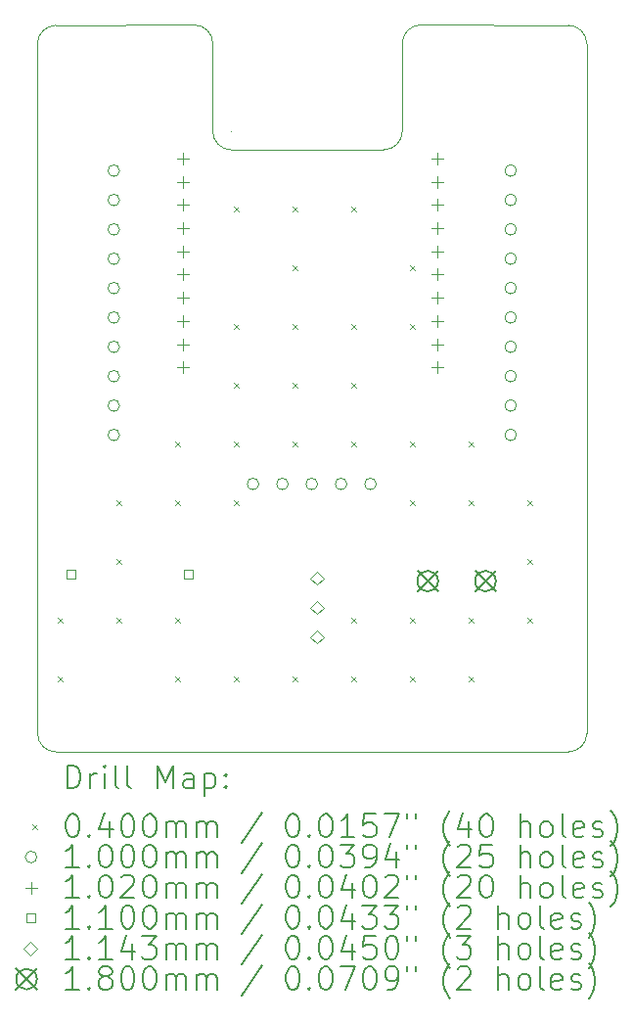
<source format=gbr>
%TF.GenerationSoftware,KiCad,Pcbnew,7.0.8*%
%TF.CreationDate,2025-02-11T22:04:22-06:00*%
%TF.ProjectId,XBeeBreakoutBoard,58426565-4272-4656-916b-6f7574426f61,rev?*%
%TF.SameCoordinates,Original*%
%TF.FileFunction,Drillmap*%
%TF.FilePolarity,Positive*%
%FSLAX45Y45*%
G04 Gerber Fmt 4.5, Leading zero omitted, Abs format (unit mm)*
G04 Created by KiCad (PCBNEW 7.0.8) date 2025-02-11 22:04:22*
%MOMM*%
%LPD*%
G01*
G04 APERTURE LIST*
%ADD10C,0.100000*%
%ADD11C,0.200000*%
%ADD12C,0.040000*%
%ADD13C,0.102000*%
%ADD14C,0.110000*%
%ADD15C,0.114300*%
%ADD16C,0.180000*%
G04 APERTURE END LIST*
D10*
X14740000Y-4540000D02*
X14740000Y-5290000D01*
X16336863Y-4533137D02*
G75*
G03*
X16176863Y-4373137I-160003J-3D01*
G01*
X14580000Y-5450000D02*
G75*
G03*
X14740000Y-5290000I0J160000D01*
G01*
X14580000Y-5450000D02*
X13260000Y-5450000D01*
X16176863Y-10656863D02*
X11743137Y-10656863D01*
X11583137Y-10496863D02*
X11583137Y-4533137D01*
X11743137Y-4373137D02*
G75*
G03*
X11583137Y-4533137I3J-160003D01*
G01*
X16336863Y-4533137D02*
X16336863Y-10496863D01*
X13260000Y-5290000D02*
G75*
G03*
X13260000Y-5290000I0J0D01*
G01*
X13100000Y-5290000D02*
G75*
G03*
X13260000Y-5450000I160000J0D01*
G01*
X14900000Y-4369688D02*
G75*
G03*
X14740000Y-4540000I0J-160312D01*
G01*
X13100000Y-4530000D02*
X13100000Y-5290000D01*
X14900000Y-4369688D02*
X16176863Y-4373137D01*
X13100000Y-4530000D02*
G75*
G03*
X12940000Y-4370000I-160000J0D01*
G01*
X11583137Y-10496863D02*
G75*
G03*
X11743137Y-10656863I160003J3D01*
G01*
X16176863Y-10656863D02*
G75*
G03*
X16336863Y-10496863I-3J160003D01*
G01*
X11743137Y-4373137D02*
X12940000Y-4370000D01*
D11*
D12*
X11761820Y-9496980D02*
X11801820Y-9536980D01*
X11801820Y-9496980D02*
X11761820Y-9536980D01*
X11761820Y-10004980D02*
X11801820Y-10044980D01*
X11801820Y-10004980D02*
X11761820Y-10044980D01*
X12269820Y-8480980D02*
X12309820Y-8520980D01*
X12309820Y-8480980D02*
X12269820Y-8520980D01*
X12269820Y-8988980D02*
X12309820Y-9028980D01*
X12309820Y-8988980D02*
X12269820Y-9028980D01*
X12269820Y-9496980D02*
X12309820Y-9536980D01*
X12309820Y-9496980D02*
X12269820Y-9536980D01*
X12777820Y-7972980D02*
X12817820Y-8012980D01*
X12817820Y-7972980D02*
X12777820Y-8012980D01*
X12777820Y-8480980D02*
X12817820Y-8520980D01*
X12817820Y-8480980D02*
X12777820Y-8520980D01*
X12777820Y-9496980D02*
X12817820Y-9536980D01*
X12817820Y-9496980D02*
X12777820Y-9536980D01*
X12777820Y-10004980D02*
X12817820Y-10044980D01*
X12817820Y-10004980D02*
X12777820Y-10044980D01*
X13285820Y-5940980D02*
X13325820Y-5980980D01*
X13325820Y-5940980D02*
X13285820Y-5980980D01*
X13285820Y-6956980D02*
X13325820Y-6996980D01*
X13325820Y-6956980D02*
X13285820Y-6996980D01*
X13285820Y-7464980D02*
X13325820Y-7504980D01*
X13325820Y-7464980D02*
X13285820Y-7504980D01*
X13285820Y-7972980D02*
X13325820Y-8012980D01*
X13325820Y-7972980D02*
X13285820Y-8012980D01*
X13285820Y-8480980D02*
X13325820Y-8520980D01*
X13325820Y-8480980D02*
X13285820Y-8520980D01*
X13285820Y-10004980D02*
X13325820Y-10044980D01*
X13325820Y-10004980D02*
X13285820Y-10044980D01*
X13793820Y-5940980D02*
X13833820Y-5980980D01*
X13833820Y-5940980D02*
X13793820Y-5980980D01*
X13793820Y-6448980D02*
X13833820Y-6488980D01*
X13833820Y-6448980D02*
X13793820Y-6488980D01*
X13793820Y-6956980D02*
X13833820Y-6996980D01*
X13833820Y-6956980D02*
X13793820Y-6996980D01*
X13793820Y-7464980D02*
X13833820Y-7504980D01*
X13833820Y-7464980D02*
X13793820Y-7504980D01*
X13793820Y-7972980D02*
X13833820Y-8012980D01*
X13833820Y-7972980D02*
X13793820Y-8012980D01*
X13793820Y-10004980D02*
X13833820Y-10044980D01*
X13833820Y-10004980D02*
X13793820Y-10044980D01*
X14301820Y-5940980D02*
X14341820Y-5980980D01*
X14341820Y-5940980D02*
X14301820Y-5980980D01*
X14301820Y-6956980D02*
X14341820Y-6996980D01*
X14341820Y-6956980D02*
X14301820Y-6996980D01*
X14301820Y-7464980D02*
X14341820Y-7504980D01*
X14341820Y-7464980D02*
X14301820Y-7504980D01*
X14301820Y-7972980D02*
X14341820Y-8012980D01*
X14341820Y-7972980D02*
X14301820Y-8012980D01*
X14301820Y-9496980D02*
X14341820Y-9536980D01*
X14341820Y-9496980D02*
X14301820Y-9536980D01*
X14301820Y-10004980D02*
X14341820Y-10044980D01*
X14341820Y-10004980D02*
X14301820Y-10044980D01*
X14809820Y-6448980D02*
X14849820Y-6488980D01*
X14849820Y-6448980D02*
X14809820Y-6488980D01*
X14809820Y-6956980D02*
X14849820Y-6996980D01*
X14849820Y-6956980D02*
X14809820Y-6996980D01*
X14809820Y-7972980D02*
X14849820Y-8012980D01*
X14849820Y-7972980D02*
X14809820Y-8012980D01*
X14809820Y-8480980D02*
X14849820Y-8520980D01*
X14849820Y-8480980D02*
X14809820Y-8520980D01*
X14809820Y-9496980D02*
X14849820Y-9536980D01*
X14849820Y-9496980D02*
X14809820Y-9536980D01*
X14809820Y-10004980D02*
X14849820Y-10044980D01*
X14849820Y-10004980D02*
X14809820Y-10044980D01*
X15317820Y-7972980D02*
X15357820Y-8012980D01*
X15357820Y-7972980D02*
X15317820Y-8012980D01*
X15317820Y-8480980D02*
X15357820Y-8520980D01*
X15357820Y-8480980D02*
X15317820Y-8520980D01*
X15317820Y-9496980D02*
X15357820Y-9536980D01*
X15357820Y-9496980D02*
X15317820Y-9536980D01*
X15317820Y-10004980D02*
X15357820Y-10044980D01*
X15357820Y-10004980D02*
X15317820Y-10044980D01*
X15825820Y-8480980D02*
X15865820Y-8520980D01*
X15865820Y-8480980D02*
X15825820Y-8520980D01*
X15825820Y-8988980D02*
X15865820Y-9028980D01*
X15865820Y-8988980D02*
X15825820Y-9028980D01*
X15825820Y-9496980D02*
X15865820Y-9536980D01*
X15865820Y-9496980D02*
X15825820Y-9536980D01*
D10*
X12292500Y-5630000D02*
G75*
G03*
X12292500Y-5630000I-50000J0D01*
G01*
X12292500Y-5884000D02*
G75*
G03*
X12292500Y-5884000I-50000J0D01*
G01*
X12292500Y-6138000D02*
G75*
G03*
X12292500Y-6138000I-50000J0D01*
G01*
X12292500Y-6392000D02*
G75*
G03*
X12292500Y-6392000I-50000J0D01*
G01*
X12292500Y-6646000D02*
G75*
G03*
X12292500Y-6646000I-50000J0D01*
G01*
X12292500Y-6900000D02*
G75*
G03*
X12292500Y-6900000I-50000J0D01*
G01*
X12292500Y-7154000D02*
G75*
G03*
X12292500Y-7154000I-50000J0D01*
G01*
X12292500Y-7408000D02*
G75*
G03*
X12292500Y-7408000I-50000J0D01*
G01*
X12292500Y-7662000D02*
G75*
G03*
X12292500Y-7662000I-50000J0D01*
G01*
X12292500Y-7916000D02*
G75*
G03*
X12292500Y-7916000I-50000J0D01*
G01*
X13498000Y-8340000D02*
G75*
G03*
X13498000Y-8340000I-50000J0D01*
G01*
X13752000Y-8340000D02*
G75*
G03*
X13752000Y-8340000I-50000J0D01*
G01*
X14006000Y-8340000D02*
G75*
G03*
X14006000Y-8340000I-50000J0D01*
G01*
X14260000Y-8340000D02*
G75*
G03*
X14260000Y-8340000I-50000J0D01*
G01*
X14514000Y-8340000D02*
G75*
G03*
X14514000Y-8340000I-50000J0D01*
G01*
X15727500Y-5630000D02*
G75*
G03*
X15727500Y-5630000I-50000J0D01*
G01*
X15727500Y-5884000D02*
G75*
G03*
X15727500Y-5884000I-50000J0D01*
G01*
X15727500Y-6138000D02*
G75*
G03*
X15727500Y-6138000I-50000J0D01*
G01*
X15727500Y-6392000D02*
G75*
G03*
X15727500Y-6392000I-50000J0D01*
G01*
X15727500Y-6646000D02*
G75*
G03*
X15727500Y-6646000I-50000J0D01*
G01*
X15727500Y-6900000D02*
G75*
G03*
X15727500Y-6900000I-50000J0D01*
G01*
X15727500Y-7154000D02*
G75*
G03*
X15727500Y-7154000I-50000J0D01*
G01*
X15727500Y-7408000D02*
G75*
G03*
X15727500Y-7408000I-50000J0D01*
G01*
X15727500Y-7662000D02*
G75*
G03*
X15727500Y-7662000I-50000J0D01*
G01*
X15727500Y-7916000D02*
G75*
G03*
X15727500Y-7916000I-50000J0D01*
G01*
D13*
X12840000Y-5474380D02*
X12840000Y-5576380D01*
X12789000Y-5525380D02*
X12891000Y-5525380D01*
X12840000Y-5675040D02*
X12840000Y-5777040D01*
X12789000Y-5726040D02*
X12891000Y-5726040D01*
X12840000Y-5875700D02*
X12840000Y-5977700D01*
X12789000Y-5926700D02*
X12891000Y-5926700D01*
X12840000Y-6076360D02*
X12840000Y-6178360D01*
X12789000Y-6127360D02*
X12891000Y-6127360D01*
X12840000Y-6277020D02*
X12840000Y-6379020D01*
X12789000Y-6328020D02*
X12891000Y-6328020D01*
X12840000Y-6477680D02*
X12840000Y-6579680D01*
X12789000Y-6528680D02*
X12891000Y-6528680D01*
X12840000Y-6678340D02*
X12840000Y-6780340D01*
X12789000Y-6729340D02*
X12891000Y-6729340D01*
X12840000Y-6879000D02*
X12840000Y-6981000D01*
X12789000Y-6930000D02*
X12891000Y-6930000D01*
X12840000Y-7079660D02*
X12840000Y-7181660D01*
X12789000Y-7130660D02*
X12891000Y-7130660D01*
X12840000Y-7280320D02*
X12840000Y-7382320D01*
X12789000Y-7331320D02*
X12891000Y-7331320D01*
X15039640Y-5474380D02*
X15039640Y-5576380D01*
X14988640Y-5525380D02*
X15090640Y-5525380D01*
X15039640Y-5675040D02*
X15039640Y-5777040D01*
X14988640Y-5726040D02*
X15090640Y-5726040D01*
X15039640Y-5875700D02*
X15039640Y-5977700D01*
X14988640Y-5926700D02*
X15090640Y-5926700D01*
X15039640Y-6076360D02*
X15039640Y-6178360D01*
X14988640Y-6127360D02*
X15090640Y-6127360D01*
X15039640Y-6277020D02*
X15039640Y-6379020D01*
X14988640Y-6328020D02*
X15090640Y-6328020D01*
X15039640Y-6477680D02*
X15039640Y-6579680D01*
X14988640Y-6528680D02*
X15090640Y-6528680D01*
X15039640Y-6678340D02*
X15039640Y-6780340D01*
X14988640Y-6729340D02*
X15090640Y-6729340D01*
X15039640Y-6879000D02*
X15039640Y-6981000D01*
X14988640Y-6930000D02*
X15090640Y-6930000D01*
X15039640Y-7079660D02*
X15039640Y-7181660D01*
X14988640Y-7130660D02*
X15090640Y-7130660D01*
X15039640Y-7280320D02*
X15039640Y-7382320D01*
X14988640Y-7331320D02*
X15090640Y-7331320D01*
D14*
X11912891Y-9158891D02*
X11912891Y-9081109D01*
X11835109Y-9081109D01*
X11835109Y-9158891D01*
X11912891Y-9158891D01*
X12928891Y-9158891D02*
X12928891Y-9081109D01*
X12851109Y-9081109D01*
X12851109Y-9158891D01*
X12928891Y-9158891D01*
D15*
X14000000Y-9213150D02*
X14057150Y-9156000D01*
X14000000Y-9098850D01*
X13942850Y-9156000D01*
X14000000Y-9213150D01*
X14000000Y-9467150D02*
X14057150Y-9410000D01*
X14000000Y-9352850D01*
X13942850Y-9410000D01*
X14000000Y-9467150D01*
X14000000Y-9721150D02*
X14057150Y-9664000D01*
X14000000Y-9606850D01*
X13942850Y-9664000D01*
X14000000Y-9721150D01*
D16*
X14870000Y-9090000D02*
X15050000Y-9270000D01*
X15050000Y-9090000D02*
X14870000Y-9270000D01*
X15050000Y-9180000D02*
G75*
G03*
X15050000Y-9180000I-90000J0D01*
G01*
X15370000Y-9090000D02*
X15550000Y-9270000D01*
X15550000Y-9090000D02*
X15370000Y-9270000D01*
X15550000Y-9180000D02*
G75*
G03*
X15550000Y-9180000I-90000J0D01*
G01*
D11*
X11838914Y-10973347D02*
X11838914Y-10773347D01*
X11838914Y-10773347D02*
X11886533Y-10773347D01*
X11886533Y-10773347D02*
X11915104Y-10782871D01*
X11915104Y-10782871D02*
X11934152Y-10801918D01*
X11934152Y-10801918D02*
X11943676Y-10820966D01*
X11943676Y-10820966D02*
X11953200Y-10859061D01*
X11953200Y-10859061D02*
X11953200Y-10887632D01*
X11953200Y-10887632D02*
X11943676Y-10925728D01*
X11943676Y-10925728D02*
X11934152Y-10944775D01*
X11934152Y-10944775D02*
X11915104Y-10963823D01*
X11915104Y-10963823D02*
X11886533Y-10973347D01*
X11886533Y-10973347D02*
X11838914Y-10973347D01*
X12038914Y-10973347D02*
X12038914Y-10840013D01*
X12038914Y-10878109D02*
X12048438Y-10859061D01*
X12048438Y-10859061D02*
X12057961Y-10849537D01*
X12057961Y-10849537D02*
X12077009Y-10840013D01*
X12077009Y-10840013D02*
X12096057Y-10840013D01*
X12162723Y-10973347D02*
X12162723Y-10840013D01*
X12162723Y-10773347D02*
X12153200Y-10782871D01*
X12153200Y-10782871D02*
X12162723Y-10792394D01*
X12162723Y-10792394D02*
X12172247Y-10782871D01*
X12172247Y-10782871D02*
X12162723Y-10773347D01*
X12162723Y-10773347D02*
X12162723Y-10792394D01*
X12286533Y-10973347D02*
X12267485Y-10963823D01*
X12267485Y-10963823D02*
X12257961Y-10944775D01*
X12257961Y-10944775D02*
X12257961Y-10773347D01*
X12391295Y-10973347D02*
X12372247Y-10963823D01*
X12372247Y-10963823D02*
X12362723Y-10944775D01*
X12362723Y-10944775D02*
X12362723Y-10773347D01*
X12619866Y-10973347D02*
X12619866Y-10773347D01*
X12619866Y-10773347D02*
X12686533Y-10916204D01*
X12686533Y-10916204D02*
X12753200Y-10773347D01*
X12753200Y-10773347D02*
X12753200Y-10973347D01*
X12934152Y-10973347D02*
X12934152Y-10868585D01*
X12934152Y-10868585D02*
X12924628Y-10849537D01*
X12924628Y-10849537D02*
X12905581Y-10840013D01*
X12905581Y-10840013D02*
X12867485Y-10840013D01*
X12867485Y-10840013D02*
X12848438Y-10849537D01*
X12934152Y-10963823D02*
X12915104Y-10973347D01*
X12915104Y-10973347D02*
X12867485Y-10973347D01*
X12867485Y-10973347D02*
X12848438Y-10963823D01*
X12848438Y-10963823D02*
X12838914Y-10944775D01*
X12838914Y-10944775D02*
X12838914Y-10925728D01*
X12838914Y-10925728D02*
X12848438Y-10906680D01*
X12848438Y-10906680D02*
X12867485Y-10897156D01*
X12867485Y-10897156D02*
X12915104Y-10897156D01*
X12915104Y-10897156D02*
X12934152Y-10887632D01*
X13029390Y-10840013D02*
X13029390Y-11040013D01*
X13029390Y-10849537D02*
X13048438Y-10840013D01*
X13048438Y-10840013D02*
X13086533Y-10840013D01*
X13086533Y-10840013D02*
X13105581Y-10849537D01*
X13105581Y-10849537D02*
X13115104Y-10859061D01*
X13115104Y-10859061D02*
X13124628Y-10878109D01*
X13124628Y-10878109D02*
X13124628Y-10935251D01*
X13124628Y-10935251D02*
X13115104Y-10954299D01*
X13115104Y-10954299D02*
X13105581Y-10963823D01*
X13105581Y-10963823D02*
X13086533Y-10973347D01*
X13086533Y-10973347D02*
X13048438Y-10973347D01*
X13048438Y-10973347D02*
X13029390Y-10963823D01*
X13210342Y-10954299D02*
X13219866Y-10963823D01*
X13219866Y-10963823D02*
X13210342Y-10973347D01*
X13210342Y-10973347D02*
X13200819Y-10963823D01*
X13200819Y-10963823D02*
X13210342Y-10954299D01*
X13210342Y-10954299D02*
X13210342Y-10973347D01*
X13210342Y-10849537D02*
X13219866Y-10859061D01*
X13219866Y-10859061D02*
X13210342Y-10868585D01*
X13210342Y-10868585D02*
X13200819Y-10859061D01*
X13200819Y-10859061D02*
X13210342Y-10849537D01*
X13210342Y-10849537D02*
X13210342Y-10868585D01*
D12*
X11538137Y-11281863D02*
X11578137Y-11321863D01*
X11578137Y-11281863D02*
X11538137Y-11321863D01*
D11*
X11877009Y-11193347D02*
X11896057Y-11193347D01*
X11896057Y-11193347D02*
X11915104Y-11202870D01*
X11915104Y-11202870D02*
X11924628Y-11212394D01*
X11924628Y-11212394D02*
X11934152Y-11231442D01*
X11934152Y-11231442D02*
X11943676Y-11269537D01*
X11943676Y-11269537D02*
X11943676Y-11317156D01*
X11943676Y-11317156D02*
X11934152Y-11355251D01*
X11934152Y-11355251D02*
X11924628Y-11374299D01*
X11924628Y-11374299D02*
X11915104Y-11383823D01*
X11915104Y-11383823D02*
X11896057Y-11393347D01*
X11896057Y-11393347D02*
X11877009Y-11393347D01*
X11877009Y-11393347D02*
X11857961Y-11383823D01*
X11857961Y-11383823D02*
X11848438Y-11374299D01*
X11848438Y-11374299D02*
X11838914Y-11355251D01*
X11838914Y-11355251D02*
X11829390Y-11317156D01*
X11829390Y-11317156D02*
X11829390Y-11269537D01*
X11829390Y-11269537D02*
X11838914Y-11231442D01*
X11838914Y-11231442D02*
X11848438Y-11212394D01*
X11848438Y-11212394D02*
X11857961Y-11202870D01*
X11857961Y-11202870D02*
X11877009Y-11193347D01*
X12029390Y-11374299D02*
X12038914Y-11383823D01*
X12038914Y-11383823D02*
X12029390Y-11393347D01*
X12029390Y-11393347D02*
X12019866Y-11383823D01*
X12019866Y-11383823D02*
X12029390Y-11374299D01*
X12029390Y-11374299D02*
X12029390Y-11393347D01*
X12210342Y-11260013D02*
X12210342Y-11393347D01*
X12162723Y-11183823D02*
X12115104Y-11326680D01*
X12115104Y-11326680D02*
X12238914Y-11326680D01*
X12353200Y-11193347D02*
X12372247Y-11193347D01*
X12372247Y-11193347D02*
X12391295Y-11202870D01*
X12391295Y-11202870D02*
X12400819Y-11212394D01*
X12400819Y-11212394D02*
X12410342Y-11231442D01*
X12410342Y-11231442D02*
X12419866Y-11269537D01*
X12419866Y-11269537D02*
X12419866Y-11317156D01*
X12419866Y-11317156D02*
X12410342Y-11355251D01*
X12410342Y-11355251D02*
X12400819Y-11374299D01*
X12400819Y-11374299D02*
X12391295Y-11383823D01*
X12391295Y-11383823D02*
X12372247Y-11393347D01*
X12372247Y-11393347D02*
X12353200Y-11393347D01*
X12353200Y-11393347D02*
X12334152Y-11383823D01*
X12334152Y-11383823D02*
X12324628Y-11374299D01*
X12324628Y-11374299D02*
X12315104Y-11355251D01*
X12315104Y-11355251D02*
X12305581Y-11317156D01*
X12305581Y-11317156D02*
X12305581Y-11269537D01*
X12305581Y-11269537D02*
X12315104Y-11231442D01*
X12315104Y-11231442D02*
X12324628Y-11212394D01*
X12324628Y-11212394D02*
X12334152Y-11202870D01*
X12334152Y-11202870D02*
X12353200Y-11193347D01*
X12543676Y-11193347D02*
X12562723Y-11193347D01*
X12562723Y-11193347D02*
X12581771Y-11202870D01*
X12581771Y-11202870D02*
X12591295Y-11212394D01*
X12591295Y-11212394D02*
X12600819Y-11231442D01*
X12600819Y-11231442D02*
X12610342Y-11269537D01*
X12610342Y-11269537D02*
X12610342Y-11317156D01*
X12610342Y-11317156D02*
X12600819Y-11355251D01*
X12600819Y-11355251D02*
X12591295Y-11374299D01*
X12591295Y-11374299D02*
X12581771Y-11383823D01*
X12581771Y-11383823D02*
X12562723Y-11393347D01*
X12562723Y-11393347D02*
X12543676Y-11393347D01*
X12543676Y-11393347D02*
X12524628Y-11383823D01*
X12524628Y-11383823D02*
X12515104Y-11374299D01*
X12515104Y-11374299D02*
X12505581Y-11355251D01*
X12505581Y-11355251D02*
X12496057Y-11317156D01*
X12496057Y-11317156D02*
X12496057Y-11269537D01*
X12496057Y-11269537D02*
X12505581Y-11231442D01*
X12505581Y-11231442D02*
X12515104Y-11212394D01*
X12515104Y-11212394D02*
X12524628Y-11202870D01*
X12524628Y-11202870D02*
X12543676Y-11193347D01*
X12696057Y-11393347D02*
X12696057Y-11260013D01*
X12696057Y-11279061D02*
X12705581Y-11269537D01*
X12705581Y-11269537D02*
X12724628Y-11260013D01*
X12724628Y-11260013D02*
X12753200Y-11260013D01*
X12753200Y-11260013D02*
X12772247Y-11269537D01*
X12772247Y-11269537D02*
X12781771Y-11288585D01*
X12781771Y-11288585D02*
X12781771Y-11393347D01*
X12781771Y-11288585D02*
X12791295Y-11269537D01*
X12791295Y-11269537D02*
X12810342Y-11260013D01*
X12810342Y-11260013D02*
X12838914Y-11260013D01*
X12838914Y-11260013D02*
X12857962Y-11269537D01*
X12857962Y-11269537D02*
X12867485Y-11288585D01*
X12867485Y-11288585D02*
X12867485Y-11393347D01*
X12962723Y-11393347D02*
X12962723Y-11260013D01*
X12962723Y-11279061D02*
X12972247Y-11269537D01*
X12972247Y-11269537D02*
X12991295Y-11260013D01*
X12991295Y-11260013D02*
X13019866Y-11260013D01*
X13019866Y-11260013D02*
X13038914Y-11269537D01*
X13038914Y-11269537D02*
X13048438Y-11288585D01*
X13048438Y-11288585D02*
X13048438Y-11393347D01*
X13048438Y-11288585D02*
X13057962Y-11269537D01*
X13057962Y-11269537D02*
X13077009Y-11260013D01*
X13077009Y-11260013D02*
X13105581Y-11260013D01*
X13105581Y-11260013D02*
X13124628Y-11269537D01*
X13124628Y-11269537D02*
X13134152Y-11288585D01*
X13134152Y-11288585D02*
X13134152Y-11393347D01*
X13524628Y-11183823D02*
X13353200Y-11440966D01*
X13781771Y-11193347D02*
X13800819Y-11193347D01*
X13800819Y-11193347D02*
X13819866Y-11202870D01*
X13819866Y-11202870D02*
X13829390Y-11212394D01*
X13829390Y-11212394D02*
X13838914Y-11231442D01*
X13838914Y-11231442D02*
X13848438Y-11269537D01*
X13848438Y-11269537D02*
X13848438Y-11317156D01*
X13848438Y-11317156D02*
X13838914Y-11355251D01*
X13838914Y-11355251D02*
X13829390Y-11374299D01*
X13829390Y-11374299D02*
X13819866Y-11383823D01*
X13819866Y-11383823D02*
X13800819Y-11393347D01*
X13800819Y-11393347D02*
X13781771Y-11393347D01*
X13781771Y-11393347D02*
X13762724Y-11383823D01*
X13762724Y-11383823D02*
X13753200Y-11374299D01*
X13753200Y-11374299D02*
X13743676Y-11355251D01*
X13743676Y-11355251D02*
X13734152Y-11317156D01*
X13734152Y-11317156D02*
X13734152Y-11269537D01*
X13734152Y-11269537D02*
X13743676Y-11231442D01*
X13743676Y-11231442D02*
X13753200Y-11212394D01*
X13753200Y-11212394D02*
X13762724Y-11202870D01*
X13762724Y-11202870D02*
X13781771Y-11193347D01*
X13934152Y-11374299D02*
X13943676Y-11383823D01*
X13943676Y-11383823D02*
X13934152Y-11393347D01*
X13934152Y-11393347D02*
X13924628Y-11383823D01*
X13924628Y-11383823D02*
X13934152Y-11374299D01*
X13934152Y-11374299D02*
X13934152Y-11393347D01*
X14067485Y-11193347D02*
X14086533Y-11193347D01*
X14086533Y-11193347D02*
X14105581Y-11202870D01*
X14105581Y-11202870D02*
X14115105Y-11212394D01*
X14115105Y-11212394D02*
X14124628Y-11231442D01*
X14124628Y-11231442D02*
X14134152Y-11269537D01*
X14134152Y-11269537D02*
X14134152Y-11317156D01*
X14134152Y-11317156D02*
X14124628Y-11355251D01*
X14124628Y-11355251D02*
X14115105Y-11374299D01*
X14115105Y-11374299D02*
X14105581Y-11383823D01*
X14105581Y-11383823D02*
X14086533Y-11393347D01*
X14086533Y-11393347D02*
X14067485Y-11393347D01*
X14067485Y-11393347D02*
X14048438Y-11383823D01*
X14048438Y-11383823D02*
X14038914Y-11374299D01*
X14038914Y-11374299D02*
X14029390Y-11355251D01*
X14029390Y-11355251D02*
X14019866Y-11317156D01*
X14019866Y-11317156D02*
X14019866Y-11269537D01*
X14019866Y-11269537D02*
X14029390Y-11231442D01*
X14029390Y-11231442D02*
X14038914Y-11212394D01*
X14038914Y-11212394D02*
X14048438Y-11202870D01*
X14048438Y-11202870D02*
X14067485Y-11193347D01*
X14324628Y-11393347D02*
X14210343Y-11393347D01*
X14267485Y-11393347D02*
X14267485Y-11193347D01*
X14267485Y-11193347D02*
X14248438Y-11221918D01*
X14248438Y-11221918D02*
X14229390Y-11240966D01*
X14229390Y-11240966D02*
X14210343Y-11250489D01*
X14505581Y-11193347D02*
X14410343Y-11193347D01*
X14410343Y-11193347D02*
X14400819Y-11288585D01*
X14400819Y-11288585D02*
X14410343Y-11279061D01*
X14410343Y-11279061D02*
X14429390Y-11269537D01*
X14429390Y-11269537D02*
X14477009Y-11269537D01*
X14477009Y-11269537D02*
X14496057Y-11279061D01*
X14496057Y-11279061D02*
X14505581Y-11288585D01*
X14505581Y-11288585D02*
X14515105Y-11307632D01*
X14515105Y-11307632D02*
X14515105Y-11355251D01*
X14515105Y-11355251D02*
X14505581Y-11374299D01*
X14505581Y-11374299D02*
X14496057Y-11383823D01*
X14496057Y-11383823D02*
X14477009Y-11393347D01*
X14477009Y-11393347D02*
X14429390Y-11393347D01*
X14429390Y-11393347D02*
X14410343Y-11383823D01*
X14410343Y-11383823D02*
X14400819Y-11374299D01*
X14581771Y-11193347D02*
X14715105Y-11193347D01*
X14715105Y-11193347D02*
X14629390Y-11393347D01*
X14781771Y-11193347D02*
X14781771Y-11231442D01*
X14857962Y-11193347D02*
X14857962Y-11231442D01*
X15153200Y-11469537D02*
X15143676Y-11460013D01*
X15143676Y-11460013D02*
X15124628Y-11431442D01*
X15124628Y-11431442D02*
X15115105Y-11412394D01*
X15115105Y-11412394D02*
X15105581Y-11383823D01*
X15105581Y-11383823D02*
X15096057Y-11336204D01*
X15096057Y-11336204D02*
X15096057Y-11298109D01*
X15096057Y-11298109D02*
X15105581Y-11250489D01*
X15105581Y-11250489D02*
X15115105Y-11221918D01*
X15115105Y-11221918D02*
X15124628Y-11202870D01*
X15124628Y-11202870D02*
X15143676Y-11174299D01*
X15143676Y-11174299D02*
X15153200Y-11164775D01*
X15315105Y-11260013D02*
X15315105Y-11393347D01*
X15267486Y-11183823D02*
X15219867Y-11326680D01*
X15219867Y-11326680D02*
X15343676Y-11326680D01*
X15457962Y-11193347D02*
X15477009Y-11193347D01*
X15477009Y-11193347D02*
X15496057Y-11202870D01*
X15496057Y-11202870D02*
X15505581Y-11212394D01*
X15505581Y-11212394D02*
X15515105Y-11231442D01*
X15515105Y-11231442D02*
X15524628Y-11269537D01*
X15524628Y-11269537D02*
X15524628Y-11317156D01*
X15524628Y-11317156D02*
X15515105Y-11355251D01*
X15515105Y-11355251D02*
X15505581Y-11374299D01*
X15505581Y-11374299D02*
X15496057Y-11383823D01*
X15496057Y-11383823D02*
X15477009Y-11393347D01*
X15477009Y-11393347D02*
X15457962Y-11393347D01*
X15457962Y-11393347D02*
X15438914Y-11383823D01*
X15438914Y-11383823D02*
X15429390Y-11374299D01*
X15429390Y-11374299D02*
X15419867Y-11355251D01*
X15419867Y-11355251D02*
X15410343Y-11317156D01*
X15410343Y-11317156D02*
X15410343Y-11269537D01*
X15410343Y-11269537D02*
X15419867Y-11231442D01*
X15419867Y-11231442D02*
X15429390Y-11212394D01*
X15429390Y-11212394D02*
X15438914Y-11202870D01*
X15438914Y-11202870D02*
X15457962Y-11193347D01*
X15762724Y-11393347D02*
X15762724Y-11193347D01*
X15848438Y-11393347D02*
X15848438Y-11288585D01*
X15848438Y-11288585D02*
X15838914Y-11269537D01*
X15838914Y-11269537D02*
X15819867Y-11260013D01*
X15819867Y-11260013D02*
X15791295Y-11260013D01*
X15791295Y-11260013D02*
X15772248Y-11269537D01*
X15772248Y-11269537D02*
X15762724Y-11279061D01*
X15972248Y-11393347D02*
X15953200Y-11383823D01*
X15953200Y-11383823D02*
X15943676Y-11374299D01*
X15943676Y-11374299D02*
X15934152Y-11355251D01*
X15934152Y-11355251D02*
X15934152Y-11298109D01*
X15934152Y-11298109D02*
X15943676Y-11279061D01*
X15943676Y-11279061D02*
X15953200Y-11269537D01*
X15953200Y-11269537D02*
X15972248Y-11260013D01*
X15972248Y-11260013D02*
X16000819Y-11260013D01*
X16000819Y-11260013D02*
X16019867Y-11269537D01*
X16019867Y-11269537D02*
X16029390Y-11279061D01*
X16029390Y-11279061D02*
X16038914Y-11298109D01*
X16038914Y-11298109D02*
X16038914Y-11355251D01*
X16038914Y-11355251D02*
X16029390Y-11374299D01*
X16029390Y-11374299D02*
X16019867Y-11383823D01*
X16019867Y-11383823D02*
X16000819Y-11393347D01*
X16000819Y-11393347D02*
X15972248Y-11393347D01*
X16153200Y-11393347D02*
X16134152Y-11383823D01*
X16134152Y-11383823D02*
X16124629Y-11364775D01*
X16124629Y-11364775D02*
X16124629Y-11193347D01*
X16305581Y-11383823D02*
X16286533Y-11393347D01*
X16286533Y-11393347D02*
X16248438Y-11393347D01*
X16248438Y-11393347D02*
X16229390Y-11383823D01*
X16229390Y-11383823D02*
X16219867Y-11364775D01*
X16219867Y-11364775D02*
X16219867Y-11288585D01*
X16219867Y-11288585D02*
X16229390Y-11269537D01*
X16229390Y-11269537D02*
X16248438Y-11260013D01*
X16248438Y-11260013D02*
X16286533Y-11260013D01*
X16286533Y-11260013D02*
X16305581Y-11269537D01*
X16305581Y-11269537D02*
X16315105Y-11288585D01*
X16315105Y-11288585D02*
X16315105Y-11307632D01*
X16315105Y-11307632D02*
X16219867Y-11326680D01*
X16391295Y-11383823D02*
X16410343Y-11393347D01*
X16410343Y-11393347D02*
X16448438Y-11393347D01*
X16448438Y-11393347D02*
X16467486Y-11383823D01*
X16467486Y-11383823D02*
X16477010Y-11364775D01*
X16477010Y-11364775D02*
X16477010Y-11355251D01*
X16477010Y-11355251D02*
X16467486Y-11336204D01*
X16467486Y-11336204D02*
X16448438Y-11326680D01*
X16448438Y-11326680D02*
X16419867Y-11326680D01*
X16419867Y-11326680D02*
X16400819Y-11317156D01*
X16400819Y-11317156D02*
X16391295Y-11298109D01*
X16391295Y-11298109D02*
X16391295Y-11288585D01*
X16391295Y-11288585D02*
X16400819Y-11269537D01*
X16400819Y-11269537D02*
X16419867Y-11260013D01*
X16419867Y-11260013D02*
X16448438Y-11260013D01*
X16448438Y-11260013D02*
X16467486Y-11269537D01*
X16543676Y-11469537D02*
X16553200Y-11460013D01*
X16553200Y-11460013D02*
X16572248Y-11431442D01*
X16572248Y-11431442D02*
X16581771Y-11412394D01*
X16581771Y-11412394D02*
X16591295Y-11383823D01*
X16591295Y-11383823D02*
X16600819Y-11336204D01*
X16600819Y-11336204D02*
X16600819Y-11298109D01*
X16600819Y-11298109D02*
X16591295Y-11250489D01*
X16591295Y-11250489D02*
X16581771Y-11221918D01*
X16581771Y-11221918D02*
X16572248Y-11202870D01*
X16572248Y-11202870D02*
X16553200Y-11174299D01*
X16553200Y-11174299D02*
X16543676Y-11164775D01*
D10*
X11578137Y-11565863D02*
G75*
G03*
X11578137Y-11565863I-50000J0D01*
G01*
D11*
X11943676Y-11657347D02*
X11829390Y-11657347D01*
X11886533Y-11657347D02*
X11886533Y-11457347D01*
X11886533Y-11457347D02*
X11867485Y-11485918D01*
X11867485Y-11485918D02*
X11848438Y-11504966D01*
X11848438Y-11504966D02*
X11829390Y-11514489D01*
X12029390Y-11638299D02*
X12038914Y-11647823D01*
X12038914Y-11647823D02*
X12029390Y-11657347D01*
X12029390Y-11657347D02*
X12019866Y-11647823D01*
X12019866Y-11647823D02*
X12029390Y-11638299D01*
X12029390Y-11638299D02*
X12029390Y-11657347D01*
X12162723Y-11457347D02*
X12181771Y-11457347D01*
X12181771Y-11457347D02*
X12200819Y-11466870D01*
X12200819Y-11466870D02*
X12210342Y-11476394D01*
X12210342Y-11476394D02*
X12219866Y-11495442D01*
X12219866Y-11495442D02*
X12229390Y-11533537D01*
X12229390Y-11533537D02*
X12229390Y-11581156D01*
X12229390Y-11581156D02*
X12219866Y-11619251D01*
X12219866Y-11619251D02*
X12210342Y-11638299D01*
X12210342Y-11638299D02*
X12200819Y-11647823D01*
X12200819Y-11647823D02*
X12181771Y-11657347D01*
X12181771Y-11657347D02*
X12162723Y-11657347D01*
X12162723Y-11657347D02*
X12143676Y-11647823D01*
X12143676Y-11647823D02*
X12134152Y-11638299D01*
X12134152Y-11638299D02*
X12124628Y-11619251D01*
X12124628Y-11619251D02*
X12115104Y-11581156D01*
X12115104Y-11581156D02*
X12115104Y-11533537D01*
X12115104Y-11533537D02*
X12124628Y-11495442D01*
X12124628Y-11495442D02*
X12134152Y-11476394D01*
X12134152Y-11476394D02*
X12143676Y-11466870D01*
X12143676Y-11466870D02*
X12162723Y-11457347D01*
X12353200Y-11457347D02*
X12372247Y-11457347D01*
X12372247Y-11457347D02*
X12391295Y-11466870D01*
X12391295Y-11466870D02*
X12400819Y-11476394D01*
X12400819Y-11476394D02*
X12410342Y-11495442D01*
X12410342Y-11495442D02*
X12419866Y-11533537D01*
X12419866Y-11533537D02*
X12419866Y-11581156D01*
X12419866Y-11581156D02*
X12410342Y-11619251D01*
X12410342Y-11619251D02*
X12400819Y-11638299D01*
X12400819Y-11638299D02*
X12391295Y-11647823D01*
X12391295Y-11647823D02*
X12372247Y-11657347D01*
X12372247Y-11657347D02*
X12353200Y-11657347D01*
X12353200Y-11657347D02*
X12334152Y-11647823D01*
X12334152Y-11647823D02*
X12324628Y-11638299D01*
X12324628Y-11638299D02*
X12315104Y-11619251D01*
X12315104Y-11619251D02*
X12305581Y-11581156D01*
X12305581Y-11581156D02*
X12305581Y-11533537D01*
X12305581Y-11533537D02*
X12315104Y-11495442D01*
X12315104Y-11495442D02*
X12324628Y-11476394D01*
X12324628Y-11476394D02*
X12334152Y-11466870D01*
X12334152Y-11466870D02*
X12353200Y-11457347D01*
X12543676Y-11457347D02*
X12562723Y-11457347D01*
X12562723Y-11457347D02*
X12581771Y-11466870D01*
X12581771Y-11466870D02*
X12591295Y-11476394D01*
X12591295Y-11476394D02*
X12600819Y-11495442D01*
X12600819Y-11495442D02*
X12610342Y-11533537D01*
X12610342Y-11533537D02*
X12610342Y-11581156D01*
X12610342Y-11581156D02*
X12600819Y-11619251D01*
X12600819Y-11619251D02*
X12591295Y-11638299D01*
X12591295Y-11638299D02*
X12581771Y-11647823D01*
X12581771Y-11647823D02*
X12562723Y-11657347D01*
X12562723Y-11657347D02*
X12543676Y-11657347D01*
X12543676Y-11657347D02*
X12524628Y-11647823D01*
X12524628Y-11647823D02*
X12515104Y-11638299D01*
X12515104Y-11638299D02*
X12505581Y-11619251D01*
X12505581Y-11619251D02*
X12496057Y-11581156D01*
X12496057Y-11581156D02*
X12496057Y-11533537D01*
X12496057Y-11533537D02*
X12505581Y-11495442D01*
X12505581Y-11495442D02*
X12515104Y-11476394D01*
X12515104Y-11476394D02*
X12524628Y-11466870D01*
X12524628Y-11466870D02*
X12543676Y-11457347D01*
X12696057Y-11657347D02*
X12696057Y-11524013D01*
X12696057Y-11543061D02*
X12705581Y-11533537D01*
X12705581Y-11533537D02*
X12724628Y-11524013D01*
X12724628Y-11524013D02*
X12753200Y-11524013D01*
X12753200Y-11524013D02*
X12772247Y-11533537D01*
X12772247Y-11533537D02*
X12781771Y-11552585D01*
X12781771Y-11552585D02*
X12781771Y-11657347D01*
X12781771Y-11552585D02*
X12791295Y-11533537D01*
X12791295Y-11533537D02*
X12810342Y-11524013D01*
X12810342Y-11524013D02*
X12838914Y-11524013D01*
X12838914Y-11524013D02*
X12857962Y-11533537D01*
X12857962Y-11533537D02*
X12867485Y-11552585D01*
X12867485Y-11552585D02*
X12867485Y-11657347D01*
X12962723Y-11657347D02*
X12962723Y-11524013D01*
X12962723Y-11543061D02*
X12972247Y-11533537D01*
X12972247Y-11533537D02*
X12991295Y-11524013D01*
X12991295Y-11524013D02*
X13019866Y-11524013D01*
X13019866Y-11524013D02*
X13038914Y-11533537D01*
X13038914Y-11533537D02*
X13048438Y-11552585D01*
X13048438Y-11552585D02*
X13048438Y-11657347D01*
X13048438Y-11552585D02*
X13057962Y-11533537D01*
X13057962Y-11533537D02*
X13077009Y-11524013D01*
X13077009Y-11524013D02*
X13105581Y-11524013D01*
X13105581Y-11524013D02*
X13124628Y-11533537D01*
X13124628Y-11533537D02*
X13134152Y-11552585D01*
X13134152Y-11552585D02*
X13134152Y-11657347D01*
X13524628Y-11447823D02*
X13353200Y-11704966D01*
X13781771Y-11457347D02*
X13800819Y-11457347D01*
X13800819Y-11457347D02*
X13819866Y-11466870D01*
X13819866Y-11466870D02*
X13829390Y-11476394D01*
X13829390Y-11476394D02*
X13838914Y-11495442D01*
X13838914Y-11495442D02*
X13848438Y-11533537D01*
X13848438Y-11533537D02*
X13848438Y-11581156D01*
X13848438Y-11581156D02*
X13838914Y-11619251D01*
X13838914Y-11619251D02*
X13829390Y-11638299D01*
X13829390Y-11638299D02*
X13819866Y-11647823D01*
X13819866Y-11647823D02*
X13800819Y-11657347D01*
X13800819Y-11657347D02*
X13781771Y-11657347D01*
X13781771Y-11657347D02*
X13762724Y-11647823D01*
X13762724Y-11647823D02*
X13753200Y-11638299D01*
X13753200Y-11638299D02*
X13743676Y-11619251D01*
X13743676Y-11619251D02*
X13734152Y-11581156D01*
X13734152Y-11581156D02*
X13734152Y-11533537D01*
X13734152Y-11533537D02*
X13743676Y-11495442D01*
X13743676Y-11495442D02*
X13753200Y-11476394D01*
X13753200Y-11476394D02*
X13762724Y-11466870D01*
X13762724Y-11466870D02*
X13781771Y-11457347D01*
X13934152Y-11638299D02*
X13943676Y-11647823D01*
X13943676Y-11647823D02*
X13934152Y-11657347D01*
X13934152Y-11657347D02*
X13924628Y-11647823D01*
X13924628Y-11647823D02*
X13934152Y-11638299D01*
X13934152Y-11638299D02*
X13934152Y-11657347D01*
X14067485Y-11457347D02*
X14086533Y-11457347D01*
X14086533Y-11457347D02*
X14105581Y-11466870D01*
X14105581Y-11466870D02*
X14115105Y-11476394D01*
X14115105Y-11476394D02*
X14124628Y-11495442D01*
X14124628Y-11495442D02*
X14134152Y-11533537D01*
X14134152Y-11533537D02*
X14134152Y-11581156D01*
X14134152Y-11581156D02*
X14124628Y-11619251D01*
X14124628Y-11619251D02*
X14115105Y-11638299D01*
X14115105Y-11638299D02*
X14105581Y-11647823D01*
X14105581Y-11647823D02*
X14086533Y-11657347D01*
X14086533Y-11657347D02*
X14067485Y-11657347D01*
X14067485Y-11657347D02*
X14048438Y-11647823D01*
X14048438Y-11647823D02*
X14038914Y-11638299D01*
X14038914Y-11638299D02*
X14029390Y-11619251D01*
X14029390Y-11619251D02*
X14019866Y-11581156D01*
X14019866Y-11581156D02*
X14019866Y-11533537D01*
X14019866Y-11533537D02*
X14029390Y-11495442D01*
X14029390Y-11495442D02*
X14038914Y-11476394D01*
X14038914Y-11476394D02*
X14048438Y-11466870D01*
X14048438Y-11466870D02*
X14067485Y-11457347D01*
X14200819Y-11457347D02*
X14324628Y-11457347D01*
X14324628Y-11457347D02*
X14257962Y-11533537D01*
X14257962Y-11533537D02*
X14286533Y-11533537D01*
X14286533Y-11533537D02*
X14305581Y-11543061D01*
X14305581Y-11543061D02*
X14315105Y-11552585D01*
X14315105Y-11552585D02*
X14324628Y-11571632D01*
X14324628Y-11571632D02*
X14324628Y-11619251D01*
X14324628Y-11619251D02*
X14315105Y-11638299D01*
X14315105Y-11638299D02*
X14305581Y-11647823D01*
X14305581Y-11647823D02*
X14286533Y-11657347D01*
X14286533Y-11657347D02*
X14229390Y-11657347D01*
X14229390Y-11657347D02*
X14210343Y-11647823D01*
X14210343Y-11647823D02*
X14200819Y-11638299D01*
X14419866Y-11657347D02*
X14457962Y-11657347D01*
X14457962Y-11657347D02*
X14477009Y-11647823D01*
X14477009Y-11647823D02*
X14486533Y-11638299D01*
X14486533Y-11638299D02*
X14505581Y-11609728D01*
X14505581Y-11609728D02*
X14515105Y-11571632D01*
X14515105Y-11571632D02*
X14515105Y-11495442D01*
X14515105Y-11495442D02*
X14505581Y-11476394D01*
X14505581Y-11476394D02*
X14496057Y-11466870D01*
X14496057Y-11466870D02*
X14477009Y-11457347D01*
X14477009Y-11457347D02*
X14438914Y-11457347D01*
X14438914Y-11457347D02*
X14419866Y-11466870D01*
X14419866Y-11466870D02*
X14410343Y-11476394D01*
X14410343Y-11476394D02*
X14400819Y-11495442D01*
X14400819Y-11495442D02*
X14400819Y-11543061D01*
X14400819Y-11543061D02*
X14410343Y-11562109D01*
X14410343Y-11562109D02*
X14419866Y-11571632D01*
X14419866Y-11571632D02*
X14438914Y-11581156D01*
X14438914Y-11581156D02*
X14477009Y-11581156D01*
X14477009Y-11581156D02*
X14496057Y-11571632D01*
X14496057Y-11571632D02*
X14505581Y-11562109D01*
X14505581Y-11562109D02*
X14515105Y-11543061D01*
X14686533Y-11524013D02*
X14686533Y-11657347D01*
X14638914Y-11447823D02*
X14591295Y-11590680D01*
X14591295Y-11590680D02*
X14715105Y-11590680D01*
X14781771Y-11457347D02*
X14781771Y-11495442D01*
X14857962Y-11457347D02*
X14857962Y-11495442D01*
X15153200Y-11733537D02*
X15143676Y-11724013D01*
X15143676Y-11724013D02*
X15124628Y-11695442D01*
X15124628Y-11695442D02*
X15115105Y-11676394D01*
X15115105Y-11676394D02*
X15105581Y-11647823D01*
X15105581Y-11647823D02*
X15096057Y-11600204D01*
X15096057Y-11600204D02*
X15096057Y-11562109D01*
X15096057Y-11562109D02*
X15105581Y-11514489D01*
X15105581Y-11514489D02*
X15115105Y-11485918D01*
X15115105Y-11485918D02*
X15124628Y-11466870D01*
X15124628Y-11466870D02*
X15143676Y-11438299D01*
X15143676Y-11438299D02*
X15153200Y-11428775D01*
X15219867Y-11476394D02*
X15229390Y-11466870D01*
X15229390Y-11466870D02*
X15248438Y-11457347D01*
X15248438Y-11457347D02*
X15296057Y-11457347D01*
X15296057Y-11457347D02*
X15315105Y-11466870D01*
X15315105Y-11466870D02*
X15324628Y-11476394D01*
X15324628Y-11476394D02*
X15334152Y-11495442D01*
X15334152Y-11495442D02*
X15334152Y-11514489D01*
X15334152Y-11514489D02*
X15324628Y-11543061D01*
X15324628Y-11543061D02*
X15210343Y-11657347D01*
X15210343Y-11657347D02*
X15334152Y-11657347D01*
X15515105Y-11457347D02*
X15419867Y-11457347D01*
X15419867Y-11457347D02*
X15410343Y-11552585D01*
X15410343Y-11552585D02*
X15419867Y-11543061D01*
X15419867Y-11543061D02*
X15438914Y-11533537D01*
X15438914Y-11533537D02*
X15486533Y-11533537D01*
X15486533Y-11533537D02*
X15505581Y-11543061D01*
X15505581Y-11543061D02*
X15515105Y-11552585D01*
X15515105Y-11552585D02*
X15524628Y-11571632D01*
X15524628Y-11571632D02*
X15524628Y-11619251D01*
X15524628Y-11619251D02*
X15515105Y-11638299D01*
X15515105Y-11638299D02*
X15505581Y-11647823D01*
X15505581Y-11647823D02*
X15486533Y-11657347D01*
X15486533Y-11657347D02*
X15438914Y-11657347D01*
X15438914Y-11657347D02*
X15419867Y-11647823D01*
X15419867Y-11647823D02*
X15410343Y-11638299D01*
X15762724Y-11657347D02*
X15762724Y-11457347D01*
X15848438Y-11657347D02*
X15848438Y-11552585D01*
X15848438Y-11552585D02*
X15838914Y-11533537D01*
X15838914Y-11533537D02*
X15819867Y-11524013D01*
X15819867Y-11524013D02*
X15791295Y-11524013D01*
X15791295Y-11524013D02*
X15772248Y-11533537D01*
X15772248Y-11533537D02*
X15762724Y-11543061D01*
X15972248Y-11657347D02*
X15953200Y-11647823D01*
X15953200Y-11647823D02*
X15943676Y-11638299D01*
X15943676Y-11638299D02*
X15934152Y-11619251D01*
X15934152Y-11619251D02*
X15934152Y-11562109D01*
X15934152Y-11562109D02*
X15943676Y-11543061D01*
X15943676Y-11543061D02*
X15953200Y-11533537D01*
X15953200Y-11533537D02*
X15972248Y-11524013D01*
X15972248Y-11524013D02*
X16000819Y-11524013D01*
X16000819Y-11524013D02*
X16019867Y-11533537D01*
X16019867Y-11533537D02*
X16029390Y-11543061D01*
X16029390Y-11543061D02*
X16038914Y-11562109D01*
X16038914Y-11562109D02*
X16038914Y-11619251D01*
X16038914Y-11619251D02*
X16029390Y-11638299D01*
X16029390Y-11638299D02*
X16019867Y-11647823D01*
X16019867Y-11647823D02*
X16000819Y-11657347D01*
X16000819Y-11657347D02*
X15972248Y-11657347D01*
X16153200Y-11657347D02*
X16134152Y-11647823D01*
X16134152Y-11647823D02*
X16124629Y-11628775D01*
X16124629Y-11628775D02*
X16124629Y-11457347D01*
X16305581Y-11647823D02*
X16286533Y-11657347D01*
X16286533Y-11657347D02*
X16248438Y-11657347D01*
X16248438Y-11657347D02*
X16229390Y-11647823D01*
X16229390Y-11647823D02*
X16219867Y-11628775D01*
X16219867Y-11628775D02*
X16219867Y-11552585D01*
X16219867Y-11552585D02*
X16229390Y-11533537D01*
X16229390Y-11533537D02*
X16248438Y-11524013D01*
X16248438Y-11524013D02*
X16286533Y-11524013D01*
X16286533Y-11524013D02*
X16305581Y-11533537D01*
X16305581Y-11533537D02*
X16315105Y-11552585D01*
X16315105Y-11552585D02*
X16315105Y-11571632D01*
X16315105Y-11571632D02*
X16219867Y-11590680D01*
X16391295Y-11647823D02*
X16410343Y-11657347D01*
X16410343Y-11657347D02*
X16448438Y-11657347D01*
X16448438Y-11657347D02*
X16467486Y-11647823D01*
X16467486Y-11647823D02*
X16477010Y-11628775D01*
X16477010Y-11628775D02*
X16477010Y-11619251D01*
X16477010Y-11619251D02*
X16467486Y-11600204D01*
X16467486Y-11600204D02*
X16448438Y-11590680D01*
X16448438Y-11590680D02*
X16419867Y-11590680D01*
X16419867Y-11590680D02*
X16400819Y-11581156D01*
X16400819Y-11581156D02*
X16391295Y-11562109D01*
X16391295Y-11562109D02*
X16391295Y-11552585D01*
X16391295Y-11552585D02*
X16400819Y-11533537D01*
X16400819Y-11533537D02*
X16419867Y-11524013D01*
X16419867Y-11524013D02*
X16448438Y-11524013D01*
X16448438Y-11524013D02*
X16467486Y-11533537D01*
X16543676Y-11733537D02*
X16553200Y-11724013D01*
X16553200Y-11724013D02*
X16572248Y-11695442D01*
X16572248Y-11695442D02*
X16581771Y-11676394D01*
X16581771Y-11676394D02*
X16591295Y-11647823D01*
X16591295Y-11647823D02*
X16600819Y-11600204D01*
X16600819Y-11600204D02*
X16600819Y-11562109D01*
X16600819Y-11562109D02*
X16591295Y-11514489D01*
X16591295Y-11514489D02*
X16581771Y-11485918D01*
X16581771Y-11485918D02*
X16572248Y-11466870D01*
X16572248Y-11466870D02*
X16553200Y-11438299D01*
X16553200Y-11438299D02*
X16543676Y-11428775D01*
D13*
X11527137Y-11778863D02*
X11527137Y-11880863D01*
X11476137Y-11829863D02*
X11578137Y-11829863D01*
D11*
X11943676Y-11921347D02*
X11829390Y-11921347D01*
X11886533Y-11921347D02*
X11886533Y-11721347D01*
X11886533Y-11721347D02*
X11867485Y-11749918D01*
X11867485Y-11749918D02*
X11848438Y-11768966D01*
X11848438Y-11768966D02*
X11829390Y-11778489D01*
X12029390Y-11902299D02*
X12038914Y-11911823D01*
X12038914Y-11911823D02*
X12029390Y-11921347D01*
X12029390Y-11921347D02*
X12019866Y-11911823D01*
X12019866Y-11911823D02*
X12029390Y-11902299D01*
X12029390Y-11902299D02*
X12029390Y-11921347D01*
X12162723Y-11721347D02*
X12181771Y-11721347D01*
X12181771Y-11721347D02*
X12200819Y-11730870D01*
X12200819Y-11730870D02*
X12210342Y-11740394D01*
X12210342Y-11740394D02*
X12219866Y-11759442D01*
X12219866Y-11759442D02*
X12229390Y-11797537D01*
X12229390Y-11797537D02*
X12229390Y-11845156D01*
X12229390Y-11845156D02*
X12219866Y-11883251D01*
X12219866Y-11883251D02*
X12210342Y-11902299D01*
X12210342Y-11902299D02*
X12200819Y-11911823D01*
X12200819Y-11911823D02*
X12181771Y-11921347D01*
X12181771Y-11921347D02*
X12162723Y-11921347D01*
X12162723Y-11921347D02*
X12143676Y-11911823D01*
X12143676Y-11911823D02*
X12134152Y-11902299D01*
X12134152Y-11902299D02*
X12124628Y-11883251D01*
X12124628Y-11883251D02*
X12115104Y-11845156D01*
X12115104Y-11845156D02*
X12115104Y-11797537D01*
X12115104Y-11797537D02*
X12124628Y-11759442D01*
X12124628Y-11759442D02*
X12134152Y-11740394D01*
X12134152Y-11740394D02*
X12143676Y-11730870D01*
X12143676Y-11730870D02*
X12162723Y-11721347D01*
X12305581Y-11740394D02*
X12315104Y-11730870D01*
X12315104Y-11730870D02*
X12334152Y-11721347D01*
X12334152Y-11721347D02*
X12381771Y-11721347D01*
X12381771Y-11721347D02*
X12400819Y-11730870D01*
X12400819Y-11730870D02*
X12410342Y-11740394D01*
X12410342Y-11740394D02*
X12419866Y-11759442D01*
X12419866Y-11759442D02*
X12419866Y-11778489D01*
X12419866Y-11778489D02*
X12410342Y-11807061D01*
X12410342Y-11807061D02*
X12296057Y-11921347D01*
X12296057Y-11921347D02*
X12419866Y-11921347D01*
X12543676Y-11721347D02*
X12562723Y-11721347D01*
X12562723Y-11721347D02*
X12581771Y-11730870D01*
X12581771Y-11730870D02*
X12591295Y-11740394D01*
X12591295Y-11740394D02*
X12600819Y-11759442D01*
X12600819Y-11759442D02*
X12610342Y-11797537D01*
X12610342Y-11797537D02*
X12610342Y-11845156D01*
X12610342Y-11845156D02*
X12600819Y-11883251D01*
X12600819Y-11883251D02*
X12591295Y-11902299D01*
X12591295Y-11902299D02*
X12581771Y-11911823D01*
X12581771Y-11911823D02*
X12562723Y-11921347D01*
X12562723Y-11921347D02*
X12543676Y-11921347D01*
X12543676Y-11921347D02*
X12524628Y-11911823D01*
X12524628Y-11911823D02*
X12515104Y-11902299D01*
X12515104Y-11902299D02*
X12505581Y-11883251D01*
X12505581Y-11883251D02*
X12496057Y-11845156D01*
X12496057Y-11845156D02*
X12496057Y-11797537D01*
X12496057Y-11797537D02*
X12505581Y-11759442D01*
X12505581Y-11759442D02*
X12515104Y-11740394D01*
X12515104Y-11740394D02*
X12524628Y-11730870D01*
X12524628Y-11730870D02*
X12543676Y-11721347D01*
X12696057Y-11921347D02*
X12696057Y-11788013D01*
X12696057Y-11807061D02*
X12705581Y-11797537D01*
X12705581Y-11797537D02*
X12724628Y-11788013D01*
X12724628Y-11788013D02*
X12753200Y-11788013D01*
X12753200Y-11788013D02*
X12772247Y-11797537D01*
X12772247Y-11797537D02*
X12781771Y-11816585D01*
X12781771Y-11816585D02*
X12781771Y-11921347D01*
X12781771Y-11816585D02*
X12791295Y-11797537D01*
X12791295Y-11797537D02*
X12810342Y-11788013D01*
X12810342Y-11788013D02*
X12838914Y-11788013D01*
X12838914Y-11788013D02*
X12857962Y-11797537D01*
X12857962Y-11797537D02*
X12867485Y-11816585D01*
X12867485Y-11816585D02*
X12867485Y-11921347D01*
X12962723Y-11921347D02*
X12962723Y-11788013D01*
X12962723Y-11807061D02*
X12972247Y-11797537D01*
X12972247Y-11797537D02*
X12991295Y-11788013D01*
X12991295Y-11788013D02*
X13019866Y-11788013D01*
X13019866Y-11788013D02*
X13038914Y-11797537D01*
X13038914Y-11797537D02*
X13048438Y-11816585D01*
X13048438Y-11816585D02*
X13048438Y-11921347D01*
X13048438Y-11816585D02*
X13057962Y-11797537D01*
X13057962Y-11797537D02*
X13077009Y-11788013D01*
X13077009Y-11788013D02*
X13105581Y-11788013D01*
X13105581Y-11788013D02*
X13124628Y-11797537D01*
X13124628Y-11797537D02*
X13134152Y-11816585D01*
X13134152Y-11816585D02*
X13134152Y-11921347D01*
X13524628Y-11711823D02*
X13353200Y-11968966D01*
X13781771Y-11721347D02*
X13800819Y-11721347D01*
X13800819Y-11721347D02*
X13819866Y-11730870D01*
X13819866Y-11730870D02*
X13829390Y-11740394D01*
X13829390Y-11740394D02*
X13838914Y-11759442D01*
X13838914Y-11759442D02*
X13848438Y-11797537D01*
X13848438Y-11797537D02*
X13848438Y-11845156D01*
X13848438Y-11845156D02*
X13838914Y-11883251D01*
X13838914Y-11883251D02*
X13829390Y-11902299D01*
X13829390Y-11902299D02*
X13819866Y-11911823D01*
X13819866Y-11911823D02*
X13800819Y-11921347D01*
X13800819Y-11921347D02*
X13781771Y-11921347D01*
X13781771Y-11921347D02*
X13762724Y-11911823D01*
X13762724Y-11911823D02*
X13753200Y-11902299D01*
X13753200Y-11902299D02*
X13743676Y-11883251D01*
X13743676Y-11883251D02*
X13734152Y-11845156D01*
X13734152Y-11845156D02*
X13734152Y-11797537D01*
X13734152Y-11797537D02*
X13743676Y-11759442D01*
X13743676Y-11759442D02*
X13753200Y-11740394D01*
X13753200Y-11740394D02*
X13762724Y-11730870D01*
X13762724Y-11730870D02*
X13781771Y-11721347D01*
X13934152Y-11902299D02*
X13943676Y-11911823D01*
X13943676Y-11911823D02*
X13934152Y-11921347D01*
X13934152Y-11921347D02*
X13924628Y-11911823D01*
X13924628Y-11911823D02*
X13934152Y-11902299D01*
X13934152Y-11902299D02*
X13934152Y-11921347D01*
X14067485Y-11721347D02*
X14086533Y-11721347D01*
X14086533Y-11721347D02*
X14105581Y-11730870D01*
X14105581Y-11730870D02*
X14115105Y-11740394D01*
X14115105Y-11740394D02*
X14124628Y-11759442D01*
X14124628Y-11759442D02*
X14134152Y-11797537D01*
X14134152Y-11797537D02*
X14134152Y-11845156D01*
X14134152Y-11845156D02*
X14124628Y-11883251D01*
X14124628Y-11883251D02*
X14115105Y-11902299D01*
X14115105Y-11902299D02*
X14105581Y-11911823D01*
X14105581Y-11911823D02*
X14086533Y-11921347D01*
X14086533Y-11921347D02*
X14067485Y-11921347D01*
X14067485Y-11921347D02*
X14048438Y-11911823D01*
X14048438Y-11911823D02*
X14038914Y-11902299D01*
X14038914Y-11902299D02*
X14029390Y-11883251D01*
X14029390Y-11883251D02*
X14019866Y-11845156D01*
X14019866Y-11845156D02*
X14019866Y-11797537D01*
X14019866Y-11797537D02*
X14029390Y-11759442D01*
X14029390Y-11759442D02*
X14038914Y-11740394D01*
X14038914Y-11740394D02*
X14048438Y-11730870D01*
X14048438Y-11730870D02*
X14067485Y-11721347D01*
X14305581Y-11788013D02*
X14305581Y-11921347D01*
X14257962Y-11711823D02*
X14210343Y-11854680D01*
X14210343Y-11854680D02*
X14334152Y-11854680D01*
X14448438Y-11721347D02*
X14467486Y-11721347D01*
X14467486Y-11721347D02*
X14486533Y-11730870D01*
X14486533Y-11730870D02*
X14496057Y-11740394D01*
X14496057Y-11740394D02*
X14505581Y-11759442D01*
X14505581Y-11759442D02*
X14515105Y-11797537D01*
X14515105Y-11797537D02*
X14515105Y-11845156D01*
X14515105Y-11845156D02*
X14505581Y-11883251D01*
X14505581Y-11883251D02*
X14496057Y-11902299D01*
X14496057Y-11902299D02*
X14486533Y-11911823D01*
X14486533Y-11911823D02*
X14467486Y-11921347D01*
X14467486Y-11921347D02*
X14448438Y-11921347D01*
X14448438Y-11921347D02*
X14429390Y-11911823D01*
X14429390Y-11911823D02*
X14419866Y-11902299D01*
X14419866Y-11902299D02*
X14410343Y-11883251D01*
X14410343Y-11883251D02*
X14400819Y-11845156D01*
X14400819Y-11845156D02*
X14400819Y-11797537D01*
X14400819Y-11797537D02*
X14410343Y-11759442D01*
X14410343Y-11759442D02*
X14419866Y-11740394D01*
X14419866Y-11740394D02*
X14429390Y-11730870D01*
X14429390Y-11730870D02*
X14448438Y-11721347D01*
X14591295Y-11740394D02*
X14600819Y-11730870D01*
X14600819Y-11730870D02*
X14619866Y-11721347D01*
X14619866Y-11721347D02*
X14667486Y-11721347D01*
X14667486Y-11721347D02*
X14686533Y-11730870D01*
X14686533Y-11730870D02*
X14696057Y-11740394D01*
X14696057Y-11740394D02*
X14705581Y-11759442D01*
X14705581Y-11759442D02*
X14705581Y-11778489D01*
X14705581Y-11778489D02*
X14696057Y-11807061D01*
X14696057Y-11807061D02*
X14581771Y-11921347D01*
X14581771Y-11921347D02*
X14705581Y-11921347D01*
X14781771Y-11721347D02*
X14781771Y-11759442D01*
X14857962Y-11721347D02*
X14857962Y-11759442D01*
X15153200Y-11997537D02*
X15143676Y-11988013D01*
X15143676Y-11988013D02*
X15124628Y-11959442D01*
X15124628Y-11959442D02*
X15115105Y-11940394D01*
X15115105Y-11940394D02*
X15105581Y-11911823D01*
X15105581Y-11911823D02*
X15096057Y-11864204D01*
X15096057Y-11864204D02*
X15096057Y-11826109D01*
X15096057Y-11826109D02*
X15105581Y-11778489D01*
X15105581Y-11778489D02*
X15115105Y-11749918D01*
X15115105Y-11749918D02*
X15124628Y-11730870D01*
X15124628Y-11730870D02*
X15143676Y-11702299D01*
X15143676Y-11702299D02*
X15153200Y-11692775D01*
X15219867Y-11740394D02*
X15229390Y-11730870D01*
X15229390Y-11730870D02*
X15248438Y-11721347D01*
X15248438Y-11721347D02*
X15296057Y-11721347D01*
X15296057Y-11721347D02*
X15315105Y-11730870D01*
X15315105Y-11730870D02*
X15324628Y-11740394D01*
X15324628Y-11740394D02*
X15334152Y-11759442D01*
X15334152Y-11759442D02*
X15334152Y-11778489D01*
X15334152Y-11778489D02*
X15324628Y-11807061D01*
X15324628Y-11807061D02*
X15210343Y-11921347D01*
X15210343Y-11921347D02*
X15334152Y-11921347D01*
X15457962Y-11721347D02*
X15477009Y-11721347D01*
X15477009Y-11721347D02*
X15496057Y-11730870D01*
X15496057Y-11730870D02*
X15505581Y-11740394D01*
X15505581Y-11740394D02*
X15515105Y-11759442D01*
X15515105Y-11759442D02*
X15524628Y-11797537D01*
X15524628Y-11797537D02*
X15524628Y-11845156D01*
X15524628Y-11845156D02*
X15515105Y-11883251D01*
X15515105Y-11883251D02*
X15505581Y-11902299D01*
X15505581Y-11902299D02*
X15496057Y-11911823D01*
X15496057Y-11911823D02*
X15477009Y-11921347D01*
X15477009Y-11921347D02*
X15457962Y-11921347D01*
X15457962Y-11921347D02*
X15438914Y-11911823D01*
X15438914Y-11911823D02*
X15429390Y-11902299D01*
X15429390Y-11902299D02*
X15419867Y-11883251D01*
X15419867Y-11883251D02*
X15410343Y-11845156D01*
X15410343Y-11845156D02*
X15410343Y-11797537D01*
X15410343Y-11797537D02*
X15419867Y-11759442D01*
X15419867Y-11759442D02*
X15429390Y-11740394D01*
X15429390Y-11740394D02*
X15438914Y-11730870D01*
X15438914Y-11730870D02*
X15457962Y-11721347D01*
X15762724Y-11921347D02*
X15762724Y-11721347D01*
X15848438Y-11921347D02*
X15848438Y-11816585D01*
X15848438Y-11816585D02*
X15838914Y-11797537D01*
X15838914Y-11797537D02*
X15819867Y-11788013D01*
X15819867Y-11788013D02*
X15791295Y-11788013D01*
X15791295Y-11788013D02*
X15772248Y-11797537D01*
X15772248Y-11797537D02*
X15762724Y-11807061D01*
X15972248Y-11921347D02*
X15953200Y-11911823D01*
X15953200Y-11911823D02*
X15943676Y-11902299D01*
X15943676Y-11902299D02*
X15934152Y-11883251D01*
X15934152Y-11883251D02*
X15934152Y-11826109D01*
X15934152Y-11826109D02*
X15943676Y-11807061D01*
X15943676Y-11807061D02*
X15953200Y-11797537D01*
X15953200Y-11797537D02*
X15972248Y-11788013D01*
X15972248Y-11788013D02*
X16000819Y-11788013D01*
X16000819Y-11788013D02*
X16019867Y-11797537D01*
X16019867Y-11797537D02*
X16029390Y-11807061D01*
X16029390Y-11807061D02*
X16038914Y-11826109D01*
X16038914Y-11826109D02*
X16038914Y-11883251D01*
X16038914Y-11883251D02*
X16029390Y-11902299D01*
X16029390Y-11902299D02*
X16019867Y-11911823D01*
X16019867Y-11911823D02*
X16000819Y-11921347D01*
X16000819Y-11921347D02*
X15972248Y-11921347D01*
X16153200Y-11921347D02*
X16134152Y-11911823D01*
X16134152Y-11911823D02*
X16124629Y-11892775D01*
X16124629Y-11892775D02*
X16124629Y-11721347D01*
X16305581Y-11911823D02*
X16286533Y-11921347D01*
X16286533Y-11921347D02*
X16248438Y-11921347D01*
X16248438Y-11921347D02*
X16229390Y-11911823D01*
X16229390Y-11911823D02*
X16219867Y-11892775D01*
X16219867Y-11892775D02*
X16219867Y-11816585D01*
X16219867Y-11816585D02*
X16229390Y-11797537D01*
X16229390Y-11797537D02*
X16248438Y-11788013D01*
X16248438Y-11788013D02*
X16286533Y-11788013D01*
X16286533Y-11788013D02*
X16305581Y-11797537D01*
X16305581Y-11797537D02*
X16315105Y-11816585D01*
X16315105Y-11816585D02*
X16315105Y-11835632D01*
X16315105Y-11835632D02*
X16219867Y-11854680D01*
X16391295Y-11911823D02*
X16410343Y-11921347D01*
X16410343Y-11921347D02*
X16448438Y-11921347D01*
X16448438Y-11921347D02*
X16467486Y-11911823D01*
X16467486Y-11911823D02*
X16477010Y-11892775D01*
X16477010Y-11892775D02*
X16477010Y-11883251D01*
X16477010Y-11883251D02*
X16467486Y-11864204D01*
X16467486Y-11864204D02*
X16448438Y-11854680D01*
X16448438Y-11854680D02*
X16419867Y-11854680D01*
X16419867Y-11854680D02*
X16400819Y-11845156D01*
X16400819Y-11845156D02*
X16391295Y-11826109D01*
X16391295Y-11826109D02*
X16391295Y-11816585D01*
X16391295Y-11816585D02*
X16400819Y-11797537D01*
X16400819Y-11797537D02*
X16419867Y-11788013D01*
X16419867Y-11788013D02*
X16448438Y-11788013D01*
X16448438Y-11788013D02*
X16467486Y-11797537D01*
X16543676Y-11997537D02*
X16553200Y-11988013D01*
X16553200Y-11988013D02*
X16572248Y-11959442D01*
X16572248Y-11959442D02*
X16581771Y-11940394D01*
X16581771Y-11940394D02*
X16591295Y-11911823D01*
X16591295Y-11911823D02*
X16600819Y-11864204D01*
X16600819Y-11864204D02*
X16600819Y-11826109D01*
X16600819Y-11826109D02*
X16591295Y-11778489D01*
X16591295Y-11778489D02*
X16581771Y-11749918D01*
X16581771Y-11749918D02*
X16572248Y-11730870D01*
X16572248Y-11730870D02*
X16553200Y-11702299D01*
X16553200Y-11702299D02*
X16543676Y-11692775D01*
D14*
X11562028Y-12132754D02*
X11562028Y-12054972D01*
X11484246Y-12054972D01*
X11484246Y-12132754D01*
X11562028Y-12132754D01*
D11*
X11943676Y-12185347D02*
X11829390Y-12185347D01*
X11886533Y-12185347D02*
X11886533Y-11985347D01*
X11886533Y-11985347D02*
X11867485Y-12013918D01*
X11867485Y-12013918D02*
X11848438Y-12032966D01*
X11848438Y-12032966D02*
X11829390Y-12042489D01*
X12029390Y-12166299D02*
X12038914Y-12175823D01*
X12038914Y-12175823D02*
X12029390Y-12185347D01*
X12029390Y-12185347D02*
X12019866Y-12175823D01*
X12019866Y-12175823D02*
X12029390Y-12166299D01*
X12029390Y-12166299D02*
X12029390Y-12185347D01*
X12229390Y-12185347D02*
X12115104Y-12185347D01*
X12172247Y-12185347D02*
X12172247Y-11985347D01*
X12172247Y-11985347D02*
X12153200Y-12013918D01*
X12153200Y-12013918D02*
X12134152Y-12032966D01*
X12134152Y-12032966D02*
X12115104Y-12042489D01*
X12353200Y-11985347D02*
X12372247Y-11985347D01*
X12372247Y-11985347D02*
X12391295Y-11994870D01*
X12391295Y-11994870D02*
X12400819Y-12004394D01*
X12400819Y-12004394D02*
X12410342Y-12023442D01*
X12410342Y-12023442D02*
X12419866Y-12061537D01*
X12419866Y-12061537D02*
X12419866Y-12109156D01*
X12419866Y-12109156D02*
X12410342Y-12147251D01*
X12410342Y-12147251D02*
X12400819Y-12166299D01*
X12400819Y-12166299D02*
X12391295Y-12175823D01*
X12391295Y-12175823D02*
X12372247Y-12185347D01*
X12372247Y-12185347D02*
X12353200Y-12185347D01*
X12353200Y-12185347D02*
X12334152Y-12175823D01*
X12334152Y-12175823D02*
X12324628Y-12166299D01*
X12324628Y-12166299D02*
X12315104Y-12147251D01*
X12315104Y-12147251D02*
X12305581Y-12109156D01*
X12305581Y-12109156D02*
X12305581Y-12061537D01*
X12305581Y-12061537D02*
X12315104Y-12023442D01*
X12315104Y-12023442D02*
X12324628Y-12004394D01*
X12324628Y-12004394D02*
X12334152Y-11994870D01*
X12334152Y-11994870D02*
X12353200Y-11985347D01*
X12543676Y-11985347D02*
X12562723Y-11985347D01*
X12562723Y-11985347D02*
X12581771Y-11994870D01*
X12581771Y-11994870D02*
X12591295Y-12004394D01*
X12591295Y-12004394D02*
X12600819Y-12023442D01*
X12600819Y-12023442D02*
X12610342Y-12061537D01*
X12610342Y-12061537D02*
X12610342Y-12109156D01*
X12610342Y-12109156D02*
X12600819Y-12147251D01*
X12600819Y-12147251D02*
X12591295Y-12166299D01*
X12591295Y-12166299D02*
X12581771Y-12175823D01*
X12581771Y-12175823D02*
X12562723Y-12185347D01*
X12562723Y-12185347D02*
X12543676Y-12185347D01*
X12543676Y-12185347D02*
X12524628Y-12175823D01*
X12524628Y-12175823D02*
X12515104Y-12166299D01*
X12515104Y-12166299D02*
X12505581Y-12147251D01*
X12505581Y-12147251D02*
X12496057Y-12109156D01*
X12496057Y-12109156D02*
X12496057Y-12061537D01*
X12496057Y-12061537D02*
X12505581Y-12023442D01*
X12505581Y-12023442D02*
X12515104Y-12004394D01*
X12515104Y-12004394D02*
X12524628Y-11994870D01*
X12524628Y-11994870D02*
X12543676Y-11985347D01*
X12696057Y-12185347D02*
X12696057Y-12052013D01*
X12696057Y-12071061D02*
X12705581Y-12061537D01*
X12705581Y-12061537D02*
X12724628Y-12052013D01*
X12724628Y-12052013D02*
X12753200Y-12052013D01*
X12753200Y-12052013D02*
X12772247Y-12061537D01*
X12772247Y-12061537D02*
X12781771Y-12080585D01*
X12781771Y-12080585D02*
X12781771Y-12185347D01*
X12781771Y-12080585D02*
X12791295Y-12061537D01*
X12791295Y-12061537D02*
X12810342Y-12052013D01*
X12810342Y-12052013D02*
X12838914Y-12052013D01*
X12838914Y-12052013D02*
X12857962Y-12061537D01*
X12857962Y-12061537D02*
X12867485Y-12080585D01*
X12867485Y-12080585D02*
X12867485Y-12185347D01*
X12962723Y-12185347D02*
X12962723Y-12052013D01*
X12962723Y-12071061D02*
X12972247Y-12061537D01*
X12972247Y-12061537D02*
X12991295Y-12052013D01*
X12991295Y-12052013D02*
X13019866Y-12052013D01*
X13019866Y-12052013D02*
X13038914Y-12061537D01*
X13038914Y-12061537D02*
X13048438Y-12080585D01*
X13048438Y-12080585D02*
X13048438Y-12185347D01*
X13048438Y-12080585D02*
X13057962Y-12061537D01*
X13057962Y-12061537D02*
X13077009Y-12052013D01*
X13077009Y-12052013D02*
X13105581Y-12052013D01*
X13105581Y-12052013D02*
X13124628Y-12061537D01*
X13124628Y-12061537D02*
X13134152Y-12080585D01*
X13134152Y-12080585D02*
X13134152Y-12185347D01*
X13524628Y-11975823D02*
X13353200Y-12232966D01*
X13781771Y-11985347D02*
X13800819Y-11985347D01*
X13800819Y-11985347D02*
X13819866Y-11994870D01*
X13819866Y-11994870D02*
X13829390Y-12004394D01*
X13829390Y-12004394D02*
X13838914Y-12023442D01*
X13838914Y-12023442D02*
X13848438Y-12061537D01*
X13848438Y-12061537D02*
X13848438Y-12109156D01*
X13848438Y-12109156D02*
X13838914Y-12147251D01*
X13838914Y-12147251D02*
X13829390Y-12166299D01*
X13829390Y-12166299D02*
X13819866Y-12175823D01*
X13819866Y-12175823D02*
X13800819Y-12185347D01*
X13800819Y-12185347D02*
X13781771Y-12185347D01*
X13781771Y-12185347D02*
X13762724Y-12175823D01*
X13762724Y-12175823D02*
X13753200Y-12166299D01*
X13753200Y-12166299D02*
X13743676Y-12147251D01*
X13743676Y-12147251D02*
X13734152Y-12109156D01*
X13734152Y-12109156D02*
X13734152Y-12061537D01*
X13734152Y-12061537D02*
X13743676Y-12023442D01*
X13743676Y-12023442D02*
X13753200Y-12004394D01*
X13753200Y-12004394D02*
X13762724Y-11994870D01*
X13762724Y-11994870D02*
X13781771Y-11985347D01*
X13934152Y-12166299D02*
X13943676Y-12175823D01*
X13943676Y-12175823D02*
X13934152Y-12185347D01*
X13934152Y-12185347D02*
X13924628Y-12175823D01*
X13924628Y-12175823D02*
X13934152Y-12166299D01*
X13934152Y-12166299D02*
X13934152Y-12185347D01*
X14067485Y-11985347D02*
X14086533Y-11985347D01*
X14086533Y-11985347D02*
X14105581Y-11994870D01*
X14105581Y-11994870D02*
X14115105Y-12004394D01*
X14115105Y-12004394D02*
X14124628Y-12023442D01*
X14124628Y-12023442D02*
X14134152Y-12061537D01*
X14134152Y-12061537D02*
X14134152Y-12109156D01*
X14134152Y-12109156D02*
X14124628Y-12147251D01*
X14124628Y-12147251D02*
X14115105Y-12166299D01*
X14115105Y-12166299D02*
X14105581Y-12175823D01*
X14105581Y-12175823D02*
X14086533Y-12185347D01*
X14086533Y-12185347D02*
X14067485Y-12185347D01*
X14067485Y-12185347D02*
X14048438Y-12175823D01*
X14048438Y-12175823D02*
X14038914Y-12166299D01*
X14038914Y-12166299D02*
X14029390Y-12147251D01*
X14029390Y-12147251D02*
X14019866Y-12109156D01*
X14019866Y-12109156D02*
X14019866Y-12061537D01*
X14019866Y-12061537D02*
X14029390Y-12023442D01*
X14029390Y-12023442D02*
X14038914Y-12004394D01*
X14038914Y-12004394D02*
X14048438Y-11994870D01*
X14048438Y-11994870D02*
X14067485Y-11985347D01*
X14305581Y-12052013D02*
X14305581Y-12185347D01*
X14257962Y-11975823D02*
X14210343Y-12118680D01*
X14210343Y-12118680D02*
X14334152Y-12118680D01*
X14391295Y-11985347D02*
X14515105Y-11985347D01*
X14515105Y-11985347D02*
X14448438Y-12061537D01*
X14448438Y-12061537D02*
X14477009Y-12061537D01*
X14477009Y-12061537D02*
X14496057Y-12071061D01*
X14496057Y-12071061D02*
X14505581Y-12080585D01*
X14505581Y-12080585D02*
X14515105Y-12099632D01*
X14515105Y-12099632D02*
X14515105Y-12147251D01*
X14515105Y-12147251D02*
X14505581Y-12166299D01*
X14505581Y-12166299D02*
X14496057Y-12175823D01*
X14496057Y-12175823D02*
X14477009Y-12185347D01*
X14477009Y-12185347D02*
X14419866Y-12185347D01*
X14419866Y-12185347D02*
X14400819Y-12175823D01*
X14400819Y-12175823D02*
X14391295Y-12166299D01*
X14581771Y-11985347D02*
X14705581Y-11985347D01*
X14705581Y-11985347D02*
X14638914Y-12061537D01*
X14638914Y-12061537D02*
X14667486Y-12061537D01*
X14667486Y-12061537D02*
X14686533Y-12071061D01*
X14686533Y-12071061D02*
X14696057Y-12080585D01*
X14696057Y-12080585D02*
X14705581Y-12099632D01*
X14705581Y-12099632D02*
X14705581Y-12147251D01*
X14705581Y-12147251D02*
X14696057Y-12166299D01*
X14696057Y-12166299D02*
X14686533Y-12175823D01*
X14686533Y-12175823D02*
X14667486Y-12185347D01*
X14667486Y-12185347D02*
X14610343Y-12185347D01*
X14610343Y-12185347D02*
X14591295Y-12175823D01*
X14591295Y-12175823D02*
X14581771Y-12166299D01*
X14781771Y-11985347D02*
X14781771Y-12023442D01*
X14857962Y-11985347D02*
X14857962Y-12023442D01*
X15153200Y-12261537D02*
X15143676Y-12252013D01*
X15143676Y-12252013D02*
X15124628Y-12223442D01*
X15124628Y-12223442D02*
X15115105Y-12204394D01*
X15115105Y-12204394D02*
X15105581Y-12175823D01*
X15105581Y-12175823D02*
X15096057Y-12128204D01*
X15096057Y-12128204D02*
X15096057Y-12090109D01*
X15096057Y-12090109D02*
X15105581Y-12042489D01*
X15105581Y-12042489D02*
X15115105Y-12013918D01*
X15115105Y-12013918D02*
X15124628Y-11994870D01*
X15124628Y-11994870D02*
X15143676Y-11966299D01*
X15143676Y-11966299D02*
X15153200Y-11956775D01*
X15219867Y-12004394D02*
X15229390Y-11994870D01*
X15229390Y-11994870D02*
X15248438Y-11985347D01*
X15248438Y-11985347D02*
X15296057Y-11985347D01*
X15296057Y-11985347D02*
X15315105Y-11994870D01*
X15315105Y-11994870D02*
X15324628Y-12004394D01*
X15324628Y-12004394D02*
X15334152Y-12023442D01*
X15334152Y-12023442D02*
X15334152Y-12042489D01*
X15334152Y-12042489D02*
X15324628Y-12071061D01*
X15324628Y-12071061D02*
X15210343Y-12185347D01*
X15210343Y-12185347D02*
X15334152Y-12185347D01*
X15572248Y-12185347D02*
X15572248Y-11985347D01*
X15657962Y-12185347D02*
X15657962Y-12080585D01*
X15657962Y-12080585D02*
X15648438Y-12061537D01*
X15648438Y-12061537D02*
X15629390Y-12052013D01*
X15629390Y-12052013D02*
X15600819Y-12052013D01*
X15600819Y-12052013D02*
X15581771Y-12061537D01*
X15581771Y-12061537D02*
X15572248Y-12071061D01*
X15781771Y-12185347D02*
X15762724Y-12175823D01*
X15762724Y-12175823D02*
X15753200Y-12166299D01*
X15753200Y-12166299D02*
X15743676Y-12147251D01*
X15743676Y-12147251D02*
X15743676Y-12090109D01*
X15743676Y-12090109D02*
X15753200Y-12071061D01*
X15753200Y-12071061D02*
X15762724Y-12061537D01*
X15762724Y-12061537D02*
X15781771Y-12052013D01*
X15781771Y-12052013D02*
X15810343Y-12052013D01*
X15810343Y-12052013D02*
X15829390Y-12061537D01*
X15829390Y-12061537D02*
X15838914Y-12071061D01*
X15838914Y-12071061D02*
X15848438Y-12090109D01*
X15848438Y-12090109D02*
X15848438Y-12147251D01*
X15848438Y-12147251D02*
X15838914Y-12166299D01*
X15838914Y-12166299D02*
X15829390Y-12175823D01*
X15829390Y-12175823D02*
X15810343Y-12185347D01*
X15810343Y-12185347D02*
X15781771Y-12185347D01*
X15962724Y-12185347D02*
X15943676Y-12175823D01*
X15943676Y-12175823D02*
X15934152Y-12156775D01*
X15934152Y-12156775D02*
X15934152Y-11985347D01*
X16115105Y-12175823D02*
X16096057Y-12185347D01*
X16096057Y-12185347D02*
X16057962Y-12185347D01*
X16057962Y-12185347D02*
X16038914Y-12175823D01*
X16038914Y-12175823D02*
X16029390Y-12156775D01*
X16029390Y-12156775D02*
X16029390Y-12080585D01*
X16029390Y-12080585D02*
X16038914Y-12061537D01*
X16038914Y-12061537D02*
X16057962Y-12052013D01*
X16057962Y-12052013D02*
X16096057Y-12052013D01*
X16096057Y-12052013D02*
X16115105Y-12061537D01*
X16115105Y-12061537D02*
X16124629Y-12080585D01*
X16124629Y-12080585D02*
X16124629Y-12099632D01*
X16124629Y-12099632D02*
X16029390Y-12118680D01*
X16200819Y-12175823D02*
X16219867Y-12185347D01*
X16219867Y-12185347D02*
X16257962Y-12185347D01*
X16257962Y-12185347D02*
X16277010Y-12175823D01*
X16277010Y-12175823D02*
X16286533Y-12156775D01*
X16286533Y-12156775D02*
X16286533Y-12147251D01*
X16286533Y-12147251D02*
X16277010Y-12128204D01*
X16277010Y-12128204D02*
X16257962Y-12118680D01*
X16257962Y-12118680D02*
X16229390Y-12118680D01*
X16229390Y-12118680D02*
X16210343Y-12109156D01*
X16210343Y-12109156D02*
X16200819Y-12090109D01*
X16200819Y-12090109D02*
X16200819Y-12080585D01*
X16200819Y-12080585D02*
X16210343Y-12061537D01*
X16210343Y-12061537D02*
X16229390Y-12052013D01*
X16229390Y-12052013D02*
X16257962Y-12052013D01*
X16257962Y-12052013D02*
X16277010Y-12061537D01*
X16353200Y-12261537D02*
X16362724Y-12252013D01*
X16362724Y-12252013D02*
X16381771Y-12223442D01*
X16381771Y-12223442D02*
X16391295Y-12204394D01*
X16391295Y-12204394D02*
X16400819Y-12175823D01*
X16400819Y-12175823D02*
X16410343Y-12128204D01*
X16410343Y-12128204D02*
X16410343Y-12090109D01*
X16410343Y-12090109D02*
X16400819Y-12042489D01*
X16400819Y-12042489D02*
X16391295Y-12013918D01*
X16391295Y-12013918D02*
X16381771Y-11994870D01*
X16381771Y-11994870D02*
X16362724Y-11966299D01*
X16362724Y-11966299D02*
X16353200Y-11956775D01*
D15*
X11520987Y-12415013D02*
X11578137Y-12357863D01*
X11520987Y-12300713D01*
X11463837Y-12357863D01*
X11520987Y-12415013D01*
D11*
X11943676Y-12449347D02*
X11829390Y-12449347D01*
X11886533Y-12449347D02*
X11886533Y-12249347D01*
X11886533Y-12249347D02*
X11867485Y-12277918D01*
X11867485Y-12277918D02*
X11848438Y-12296966D01*
X11848438Y-12296966D02*
X11829390Y-12306489D01*
X12029390Y-12430299D02*
X12038914Y-12439823D01*
X12038914Y-12439823D02*
X12029390Y-12449347D01*
X12029390Y-12449347D02*
X12019866Y-12439823D01*
X12019866Y-12439823D02*
X12029390Y-12430299D01*
X12029390Y-12430299D02*
X12029390Y-12449347D01*
X12229390Y-12449347D02*
X12115104Y-12449347D01*
X12172247Y-12449347D02*
X12172247Y-12249347D01*
X12172247Y-12249347D02*
X12153200Y-12277918D01*
X12153200Y-12277918D02*
X12134152Y-12296966D01*
X12134152Y-12296966D02*
X12115104Y-12306489D01*
X12400819Y-12316013D02*
X12400819Y-12449347D01*
X12353200Y-12239823D02*
X12305581Y-12382680D01*
X12305581Y-12382680D02*
X12429390Y-12382680D01*
X12486533Y-12249347D02*
X12610342Y-12249347D01*
X12610342Y-12249347D02*
X12543676Y-12325537D01*
X12543676Y-12325537D02*
X12572247Y-12325537D01*
X12572247Y-12325537D02*
X12591295Y-12335061D01*
X12591295Y-12335061D02*
X12600819Y-12344585D01*
X12600819Y-12344585D02*
X12610342Y-12363632D01*
X12610342Y-12363632D02*
X12610342Y-12411251D01*
X12610342Y-12411251D02*
X12600819Y-12430299D01*
X12600819Y-12430299D02*
X12591295Y-12439823D01*
X12591295Y-12439823D02*
X12572247Y-12449347D01*
X12572247Y-12449347D02*
X12515104Y-12449347D01*
X12515104Y-12449347D02*
X12496057Y-12439823D01*
X12496057Y-12439823D02*
X12486533Y-12430299D01*
X12696057Y-12449347D02*
X12696057Y-12316013D01*
X12696057Y-12335061D02*
X12705581Y-12325537D01*
X12705581Y-12325537D02*
X12724628Y-12316013D01*
X12724628Y-12316013D02*
X12753200Y-12316013D01*
X12753200Y-12316013D02*
X12772247Y-12325537D01*
X12772247Y-12325537D02*
X12781771Y-12344585D01*
X12781771Y-12344585D02*
X12781771Y-12449347D01*
X12781771Y-12344585D02*
X12791295Y-12325537D01*
X12791295Y-12325537D02*
X12810342Y-12316013D01*
X12810342Y-12316013D02*
X12838914Y-12316013D01*
X12838914Y-12316013D02*
X12857962Y-12325537D01*
X12857962Y-12325537D02*
X12867485Y-12344585D01*
X12867485Y-12344585D02*
X12867485Y-12449347D01*
X12962723Y-12449347D02*
X12962723Y-12316013D01*
X12962723Y-12335061D02*
X12972247Y-12325537D01*
X12972247Y-12325537D02*
X12991295Y-12316013D01*
X12991295Y-12316013D02*
X13019866Y-12316013D01*
X13019866Y-12316013D02*
X13038914Y-12325537D01*
X13038914Y-12325537D02*
X13048438Y-12344585D01*
X13048438Y-12344585D02*
X13048438Y-12449347D01*
X13048438Y-12344585D02*
X13057962Y-12325537D01*
X13057962Y-12325537D02*
X13077009Y-12316013D01*
X13077009Y-12316013D02*
X13105581Y-12316013D01*
X13105581Y-12316013D02*
X13124628Y-12325537D01*
X13124628Y-12325537D02*
X13134152Y-12344585D01*
X13134152Y-12344585D02*
X13134152Y-12449347D01*
X13524628Y-12239823D02*
X13353200Y-12496966D01*
X13781771Y-12249347D02*
X13800819Y-12249347D01*
X13800819Y-12249347D02*
X13819866Y-12258870D01*
X13819866Y-12258870D02*
X13829390Y-12268394D01*
X13829390Y-12268394D02*
X13838914Y-12287442D01*
X13838914Y-12287442D02*
X13848438Y-12325537D01*
X13848438Y-12325537D02*
X13848438Y-12373156D01*
X13848438Y-12373156D02*
X13838914Y-12411251D01*
X13838914Y-12411251D02*
X13829390Y-12430299D01*
X13829390Y-12430299D02*
X13819866Y-12439823D01*
X13819866Y-12439823D02*
X13800819Y-12449347D01*
X13800819Y-12449347D02*
X13781771Y-12449347D01*
X13781771Y-12449347D02*
X13762724Y-12439823D01*
X13762724Y-12439823D02*
X13753200Y-12430299D01*
X13753200Y-12430299D02*
X13743676Y-12411251D01*
X13743676Y-12411251D02*
X13734152Y-12373156D01*
X13734152Y-12373156D02*
X13734152Y-12325537D01*
X13734152Y-12325537D02*
X13743676Y-12287442D01*
X13743676Y-12287442D02*
X13753200Y-12268394D01*
X13753200Y-12268394D02*
X13762724Y-12258870D01*
X13762724Y-12258870D02*
X13781771Y-12249347D01*
X13934152Y-12430299D02*
X13943676Y-12439823D01*
X13943676Y-12439823D02*
X13934152Y-12449347D01*
X13934152Y-12449347D02*
X13924628Y-12439823D01*
X13924628Y-12439823D02*
X13934152Y-12430299D01*
X13934152Y-12430299D02*
X13934152Y-12449347D01*
X14067485Y-12249347D02*
X14086533Y-12249347D01*
X14086533Y-12249347D02*
X14105581Y-12258870D01*
X14105581Y-12258870D02*
X14115105Y-12268394D01*
X14115105Y-12268394D02*
X14124628Y-12287442D01*
X14124628Y-12287442D02*
X14134152Y-12325537D01*
X14134152Y-12325537D02*
X14134152Y-12373156D01*
X14134152Y-12373156D02*
X14124628Y-12411251D01*
X14124628Y-12411251D02*
X14115105Y-12430299D01*
X14115105Y-12430299D02*
X14105581Y-12439823D01*
X14105581Y-12439823D02*
X14086533Y-12449347D01*
X14086533Y-12449347D02*
X14067485Y-12449347D01*
X14067485Y-12449347D02*
X14048438Y-12439823D01*
X14048438Y-12439823D02*
X14038914Y-12430299D01*
X14038914Y-12430299D02*
X14029390Y-12411251D01*
X14029390Y-12411251D02*
X14019866Y-12373156D01*
X14019866Y-12373156D02*
X14019866Y-12325537D01*
X14019866Y-12325537D02*
X14029390Y-12287442D01*
X14029390Y-12287442D02*
X14038914Y-12268394D01*
X14038914Y-12268394D02*
X14048438Y-12258870D01*
X14048438Y-12258870D02*
X14067485Y-12249347D01*
X14305581Y-12316013D02*
X14305581Y-12449347D01*
X14257962Y-12239823D02*
X14210343Y-12382680D01*
X14210343Y-12382680D02*
X14334152Y-12382680D01*
X14505581Y-12249347D02*
X14410343Y-12249347D01*
X14410343Y-12249347D02*
X14400819Y-12344585D01*
X14400819Y-12344585D02*
X14410343Y-12335061D01*
X14410343Y-12335061D02*
X14429390Y-12325537D01*
X14429390Y-12325537D02*
X14477009Y-12325537D01*
X14477009Y-12325537D02*
X14496057Y-12335061D01*
X14496057Y-12335061D02*
X14505581Y-12344585D01*
X14505581Y-12344585D02*
X14515105Y-12363632D01*
X14515105Y-12363632D02*
X14515105Y-12411251D01*
X14515105Y-12411251D02*
X14505581Y-12430299D01*
X14505581Y-12430299D02*
X14496057Y-12439823D01*
X14496057Y-12439823D02*
X14477009Y-12449347D01*
X14477009Y-12449347D02*
X14429390Y-12449347D01*
X14429390Y-12449347D02*
X14410343Y-12439823D01*
X14410343Y-12439823D02*
X14400819Y-12430299D01*
X14638914Y-12249347D02*
X14657962Y-12249347D01*
X14657962Y-12249347D02*
X14677009Y-12258870D01*
X14677009Y-12258870D02*
X14686533Y-12268394D01*
X14686533Y-12268394D02*
X14696057Y-12287442D01*
X14696057Y-12287442D02*
X14705581Y-12325537D01*
X14705581Y-12325537D02*
X14705581Y-12373156D01*
X14705581Y-12373156D02*
X14696057Y-12411251D01*
X14696057Y-12411251D02*
X14686533Y-12430299D01*
X14686533Y-12430299D02*
X14677009Y-12439823D01*
X14677009Y-12439823D02*
X14657962Y-12449347D01*
X14657962Y-12449347D02*
X14638914Y-12449347D01*
X14638914Y-12449347D02*
X14619866Y-12439823D01*
X14619866Y-12439823D02*
X14610343Y-12430299D01*
X14610343Y-12430299D02*
X14600819Y-12411251D01*
X14600819Y-12411251D02*
X14591295Y-12373156D01*
X14591295Y-12373156D02*
X14591295Y-12325537D01*
X14591295Y-12325537D02*
X14600819Y-12287442D01*
X14600819Y-12287442D02*
X14610343Y-12268394D01*
X14610343Y-12268394D02*
X14619866Y-12258870D01*
X14619866Y-12258870D02*
X14638914Y-12249347D01*
X14781771Y-12249347D02*
X14781771Y-12287442D01*
X14857962Y-12249347D02*
X14857962Y-12287442D01*
X15153200Y-12525537D02*
X15143676Y-12516013D01*
X15143676Y-12516013D02*
X15124628Y-12487442D01*
X15124628Y-12487442D02*
X15115105Y-12468394D01*
X15115105Y-12468394D02*
X15105581Y-12439823D01*
X15105581Y-12439823D02*
X15096057Y-12392204D01*
X15096057Y-12392204D02*
X15096057Y-12354109D01*
X15096057Y-12354109D02*
X15105581Y-12306489D01*
X15105581Y-12306489D02*
X15115105Y-12277918D01*
X15115105Y-12277918D02*
X15124628Y-12258870D01*
X15124628Y-12258870D02*
X15143676Y-12230299D01*
X15143676Y-12230299D02*
X15153200Y-12220775D01*
X15210343Y-12249347D02*
X15334152Y-12249347D01*
X15334152Y-12249347D02*
X15267486Y-12325537D01*
X15267486Y-12325537D02*
X15296057Y-12325537D01*
X15296057Y-12325537D02*
X15315105Y-12335061D01*
X15315105Y-12335061D02*
X15324628Y-12344585D01*
X15324628Y-12344585D02*
X15334152Y-12363632D01*
X15334152Y-12363632D02*
X15334152Y-12411251D01*
X15334152Y-12411251D02*
X15324628Y-12430299D01*
X15324628Y-12430299D02*
X15315105Y-12439823D01*
X15315105Y-12439823D02*
X15296057Y-12449347D01*
X15296057Y-12449347D02*
X15238914Y-12449347D01*
X15238914Y-12449347D02*
X15219867Y-12439823D01*
X15219867Y-12439823D02*
X15210343Y-12430299D01*
X15572248Y-12449347D02*
X15572248Y-12249347D01*
X15657962Y-12449347D02*
X15657962Y-12344585D01*
X15657962Y-12344585D02*
X15648438Y-12325537D01*
X15648438Y-12325537D02*
X15629390Y-12316013D01*
X15629390Y-12316013D02*
X15600819Y-12316013D01*
X15600819Y-12316013D02*
X15581771Y-12325537D01*
X15581771Y-12325537D02*
X15572248Y-12335061D01*
X15781771Y-12449347D02*
X15762724Y-12439823D01*
X15762724Y-12439823D02*
X15753200Y-12430299D01*
X15753200Y-12430299D02*
X15743676Y-12411251D01*
X15743676Y-12411251D02*
X15743676Y-12354109D01*
X15743676Y-12354109D02*
X15753200Y-12335061D01*
X15753200Y-12335061D02*
X15762724Y-12325537D01*
X15762724Y-12325537D02*
X15781771Y-12316013D01*
X15781771Y-12316013D02*
X15810343Y-12316013D01*
X15810343Y-12316013D02*
X15829390Y-12325537D01*
X15829390Y-12325537D02*
X15838914Y-12335061D01*
X15838914Y-12335061D02*
X15848438Y-12354109D01*
X15848438Y-12354109D02*
X15848438Y-12411251D01*
X15848438Y-12411251D02*
X15838914Y-12430299D01*
X15838914Y-12430299D02*
X15829390Y-12439823D01*
X15829390Y-12439823D02*
X15810343Y-12449347D01*
X15810343Y-12449347D02*
X15781771Y-12449347D01*
X15962724Y-12449347D02*
X15943676Y-12439823D01*
X15943676Y-12439823D02*
X15934152Y-12420775D01*
X15934152Y-12420775D02*
X15934152Y-12249347D01*
X16115105Y-12439823D02*
X16096057Y-12449347D01*
X16096057Y-12449347D02*
X16057962Y-12449347D01*
X16057962Y-12449347D02*
X16038914Y-12439823D01*
X16038914Y-12439823D02*
X16029390Y-12420775D01*
X16029390Y-12420775D02*
X16029390Y-12344585D01*
X16029390Y-12344585D02*
X16038914Y-12325537D01*
X16038914Y-12325537D02*
X16057962Y-12316013D01*
X16057962Y-12316013D02*
X16096057Y-12316013D01*
X16096057Y-12316013D02*
X16115105Y-12325537D01*
X16115105Y-12325537D02*
X16124629Y-12344585D01*
X16124629Y-12344585D02*
X16124629Y-12363632D01*
X16124629Y-12363632D02*
X16029390Y-12382680D01*
X16200819Y-12439823D02*
X16219867Y-12449347D01*
X16219867Y-12449347D02*
X16257962Y-12449347D01*
X16257962Y-12449347D02*
X16277010Y-12439823D01*
X16277010Y-12439823D02*
X16286533Y-12420775D01*
X16286533Y-12420775D02*
X16286533Y-12411251D01*
X16286533Y-12411251D02*
X16277010Y-12392204D01*
X16277010Y-12392204D02*
X16257962Y-12382680D01*
X16257962Y-12382680D02*
X16229390Y-12382680D01*
X16229390Y-12382680D02*
X16210343Y-12373156D01*
X16210343Y-12373156D02*
X16200819Y-12354109D01*
X16200819Y-12354109D02*
X16200819Y-12344585D01*
X16200819Y-12344585D02*
X16210343Y-12325537D01*
X16210343Y-12325537D02*
X16229390Y-12316013D01*
X16229390Y-12316013D02*
X16257962Y-12316013D01*
X16257962Y-12316013D02*
X16277010Y-12325537D01*
X16353200Y-12525537D02*
X16362724Y-12516013D01*
X16362724Y-12516013D02*
X16381771Y-12487442D01*
X16381771Y-12487442D02*
X16391295Y-12468394D01*
X16391295Y-12468394D02*
X16400819Y-12439823D01*
X16400819Y-12439823D02*
X16410343Y-12392204D01*
X16410343Y-12392204D02*
X16410343Y-12354109D01*
X16410343Y-12354109D02*
X16400819Y-12306489D01*
X16400819Y-12306489D02*
X16391295Y-12277918D01*
X16391295Y-12277918D02*
X16381771Y-12258870D01*
X16381771Y-12258870D02*
X16362724Y-12230299D01*
X16362724Y-12230299D02*
X16353200Y-12220775D01*
D16*
X11398137Y-12531863D02*
X11578137Y-12711863D01*
X11578137Y-12531863D02*
X11398137Y-12711863D01*
X11578137Y-12621863D02*
G75*
G03*
X11578137Y-12621863I-90000J0D01*
G01*
D11*
X11943676Y-12713347D02*
X11829390Y-12713347D01*
X11886533Y-12713347D02*
X11886533Y-12513347D01*
X11886533Y-12513347D02*
X11867485Y-12541918D01*
X11867485Y-12541918D02*
X11848438Y-12560966D01*
X11848438Y-12560966D02*
X11829390Y-12570489D01*
X12029390Y-12694299D02*
X12038914Y-12703823D01*
X12038914Y-12703823D02*
X12029390Y-12713347D01*
X12029390Y-12713347D02*
X12019866Y-12703823D01*
X12019866Y-12703823D02*
X12029390Y-12694299D01*
X12029390Y-12694299D02*
X12029390Y-12713347D01*
X12153200Y-12599061D02*
X12134152Y-12589537D01*
X12134152Y-12589537D02*
X12124628Y-12580013D01*
X12124628Y-12580013D02*
X12115104Y-12560966D01*
X12115104Y-12560966D02*
X12115104Y-12551442D01*
X12115104Y-12551442D02*
X12124628Y-12532394D01*
X12124628Y-12532394D02*
X12134152Y-12522870D01*
X12134152Y-12522870D02*
X12153200Y-12513347D01*
X12153200Y-12513347D02*
X12191295Y-12513347D01*
X12191295Y-12513347D02*
X12210342Y-12522870D01*
X12210342Y-12522870D02*
X12219866Y-12532394D01*
X12219866Y-12532394D02*
X12229390Y-12551442D01*
X12229390Y-12551442D02*
X12229390Y-12560966D01*
X12229390Y-12560966D02*
X12219866Y-12580013D01*
X12219866Y-12580013D02*
X12210342Y-12589537D01*
X12210342Y-12589537D02*
X12191295Y-12599061D01*
X12191295Y-12599061D02*
X12153200Y-12599061D01*
X12153200Y-12599061D02*
X12134152Y-12608585D01*
X12134152Y-12608585D02*
X12124628Y-12618109D01*
X12124628Y-12618109D02*
X12115104Y-12637156D01*
X12115104Y-12637156D02*
X12115104Y-12675251D01*
X12115104Y-12675251D02*
X12124628Y-12694299D01*
X12124628Y-12694299D02*
X12134152Y-12703823D01*
X12134152Y-12703823D02*
X12153200Y-12713347D01*
X12153200Y-12713347D02*
X12191295Y-12713347D01*
X12191295Y-12713347D02*
X12210342Y-12703823D01*
X12210342Y-12703823D02*
X12219866Y-12694299D01*
X12219866Y-12694299D02*
X12229390Y-12675251D01*
X12229390Y-12675251D02*
X12229390Y-12637156D01*
X12229390Y-12637156D02*
X12219866Y-12618109D01*
X12219866Y-12618109D02*
X12210342Y-12608585D01*
X12210342Y-12608585D02*
X12191295Y-12599061D01*
X12353200Y-12513347D02*
X12372247Y-12513347D01*
X12372247Y-12513347D02*
X12391295Y-12522870D01*
X12391295Y-12522870D02*
X12400819Y-12532394D01*
X12400819Y-12532394D02*
X12410342Y-12551442D01*
X12410342Y-12551442D02*
X12419866Y-12589537D01*
X12419866Y-12589537D02*
X12419866Y-12637156D01*
X12419866Y-12637156D02*
X12410342Y-12675251D01*
X12410342Y-12675251D02*
X12400819Y-12694299D01*
X12400819Y-12694299D02*
X12391295Y-12703823D01*
X12391295Y-12703823D02*
X12372247Y-12713347D01*
X12372247Y-12713347D02*
X12353200Y-12713347D01*
X12353200Y-12713347D02*
X12334152Y-12703823D01*
X12334152Y-12703823D02*
X12324628Y-12694299D01*
X12324628Y-12694299D02*
X12315104Y-12675251D01*
X12315104Y-12675251D02*
X12305581Y-12637156D01*
X12305581Y-12637156D02*
X12305581Y-12589537D01*
X12305581Y-12589537D02*
X12315104Y-12551442D01*
X12315104Y-12551442D02*
X12324628Y-12532394D01*
X12324628Y-12532394D02*
X12334152Y-12522870D01*
X12334152Y-12522870D02*
X12353200Y-12513347D01*
X12543676Y-12513347D02*
X12562723Y-12513347D01*
X12562723Y-12513347D02*
X12581771Y-12522870D01*
X12581771Y-12522870D02*
X12591295Y-12532394D01*
X12591295Y-12532394D02*
X12600819Y-12551442D01*
X12600819Y-12551442D02*
X12610342Y-12589537D01*
X12610342Y-12589537D02*
X12610342Y-12637156D01*
X12610342Y-12637156D02*
X12600819Y-12675251D01*
X12600819Y-12675251D02*
X12591295Y-12694299D01*
X12591295Y-12694299D02*
X12581771Y-12703823D01*
X12581771Y-12703823D02*
X12562723Y-12713347D01*
X12562723Y-12713347D02*
X12543676Y-12713347D01*
X12543676Y-12713347D02*
X12524628Y-12703823D01*
X12524628Y-12703823D02*
X12515104Y-12694299D01*
X12515104Y-12694299D02*
X12505581Y-12675251D01*
X12505581Y-12675251D02*
X12496057Y-12637156D01*
X12496057Y-12637156D02*
X12496057Y-12589537D01*
X12496057Y-12589537D02*
X12505581Y-12551442D01*
X12505581Y-12551442D02*
X12515104Y-12532394D01*
X12515104Y-12532394D02*
X12524628Y-12522870D01*
X12524628Y-12522870D02*
X12543676Y-12513347D01*
X12696057Y-12713347D02*
X12696057Y-12580013D01*
X12696057Y-12599061D02*
X12705581Y-12589537D01*
X12705581Y-12589537D02*
X12724628Y-12580013D01*
X12724628Y-12580013D02*
X12753200Y-12580013D01*
X12753200Y-12580013D02*
X12772247Y-12589537D01*
X12772247Y-12589537D02*
X12781771Y-12608585D01*
X12781771Y-12608585D02*
X12781771Y-12713347D01*
X12781771Y-12608585D02*
X12791295Y-12589537D01*
X12791295Y-12589537D02*
X12810342Y-12580013D01*
X12810342Y-12580013D02*
X12838914Y-12580013D01*
X12838914Y-12580013D02*
X12857962Y-12589537D01*
X12857962Y-12589537D02*
X12867485Y-12608585D01*
X12867485Y-12608585D02*
X12867485Y-12713347D01*
X12962723Y-12713347D02*
X12962723Y-12580013D01*
X12962723Y-12599061D02*
X12972247Y-12589537D01*
X12972247Y-12589537D02*
X12991295Y-12580013D01*
X12991295Y-12580013D02*
X13019866Y-12580013D01*
X13019866Y-12580013D02*
X13038914Y-12589537D01*
X13038914Y-12589537D02*
X13048438Y-12608585D01*
X13048438Y-12608585D02*
X13048438Y-12713347D01*
X13048438Y-12608585D02*
X13057962Y-12589537D01*
X13057962Y-12589537D02*
X13077009Y-12580013D01*
X13077009Y-12580013D02*
X13105581Y-12580013D01*
X13105581Y-12580013D02*
X13124628Y-12589537D01*
X13124628Y-12589537D02*
X13134152Y-12608585D01*
X13134152Y-12608585D02*
X13134152Y-12713347D01*
X13524628Y-12503823D02*
X13353200Y-12760966D01*
X13781771Y-12513347D02*
X13800819Y-12513347D01*
X13800819Y-12513347D02*
X13819866Y-12522870D01*
X13819866Y-12522870D02*
X13829390Y-12532394D01*
X13829390Y-12532394D02*
X13838914Y-12551442D01*
X13838914Y-12551442D02*
X13848438Y-12589537D01*
X13848438Y-12589537D02*
X13848438Y-12637156D01*
X13848438Y-12637156D02*
X13838914Y-12675251D01*
X13838914Y-12675251D02*
X13829390Y-12694299D01*
X13829390Y-12694299D02*
X13819866Y-12703823D01*
X13819866Y-12703823D02*
X13800819Y-12713347D01*
X13800819Y-12713347D02*
X13781771Y-12713347D01*
X13781771Y-12713347D02*
X13762724Y-12703823D01*
X13762724Y-12703823D02*
X13753200Y-12694299D01*
X13753200Y-12694299D02*
X13743676Y-12675251D01*
X13743676Y-12675251D02*
X13734152Y-12637156D01*
X13734152Y-12637156D02*
X13734152Y-12589537D01*
X13734152Y-12589537D02*
X13743676Y-12551442D01*
X13743676Y-12551442D02*
X13753200Y-12532394D01*
X13753200Y-12532394D02*
X13762724Y-12522870D01*
X13762724Y-12522870D02*
X13781771Y-12513347D01*
X13934152Y-12694299D02*
X13943676Y-12703823D01*
X13943676Y-12703823D02*
X13934152Y-12713347D01*
X13934152Y-12713347D02*
X13924628Y-12703823D01*
X13924628Y-12703823D02*
X13934152Y-12694299D01*
X13934152Y-12694299D02*
X13934152Y-12713347D01*
X14067485Y-12513347D02*
X14086533Y-12513347D01*
X14086533Y-12513347D02*
X14105581Y-12522870D01*
X14105581Y-12522870D02*
X14115105Y-12532394D01*
X14115105Y-12532394D02*
X14124628Y-12551442D01*
X14124628Y-12551442D02*
X14134152Y-12589537D01*
X14134152Y-12589537D02*
X14134152Y-12637156D01*
X14134152Y-12637156D02*
X14124628Y-12675251D01*
X14124628Y-12675251D02*
X14115105Y-12694299D01*
X14115105Y-12694299D02*
X14105581Y-12703823D01*
X14105581Y-12703823D02*
X14086533Y-12713347D01*
X14086533Y-12713347D02*
X14067485Y-12713347D01*
X14067485Y-12713347D02*
X14048438Y-12703823D01*
X14048438Y-12703823D02*
X14038914Y-12694299D01*
X14038914Y-12694299D02*
X14029390Y-12675251D01*
X14029390Y-12675251D02*
X14019866Y-12637156D01*
X14019866Y-12637156D02*
X14019866Y-12589537D01*
X14019866Y-12589537D02*
X14029390Y-12551442D01*
X14029390Y-12551442D02*
X14038914Y-12532394D01*
X14038914Y-12532394D02*
X14048438Y-12522870D01*
X14048438Y-12522870D02*
X14067485Y-12513347D01*
X14200819Y-12513347D02*
X14334152Y-12513347D01*
X14334152Y-12513347D02*
X14248438Y-12713347D01*
X14448438Y-12513347D02*
X14467486Y-12513347D01*
X14467486Y-12513347D02*
X14486533Y-12522870D01*
X14486533Y-12522870D02*
X14496057Y-12532394D01*
X14496057Y-12532394D02*
X14505581Y-12551442D01*
X14505581Y-12551442D02*
X14515105Y-12589537D01*
X14515105Y-12589537D02*
X14515105Y-12637156D01*
X14515105Y-12637156D02*
X14505581Y-12675251D01*
X14505581Y-12675251D02*
X14496057Y-12694299D01*
X14496057Y-12694299D02*
X14486533Y-12703823D01*
X14486533Y-12703823D02*
X14467486Y-12713347D01*
X14467486Y-12713347D02*
X14448438Y-12713347D01*
X14448438Y-12713347D02*
X14429390Y-12703823D01*
X14429390Y-12703823D02*
X14419866Y-12694299D01*
X14419866Y-12694299D02*
X14410343Y-12675251D01*
X14410343Y-12675251D02*
X14400819Y-12637156D01*
X14400819Y-12637156D02*
X14400819Y-12589537D01*
X14400819Y-12589537D02*
X14410343Y-12551442D01*
X14410343Y-12551442D02*
X14419866Y-12532394D01*
X14419866Y-12532394D02*
X14429390Y-12522870D01*
X14429390Y-12522870D02*
X14448438Y-12513347D01*
X14610343Y-12713347D02*
X14648438Y-12713347D01*
X14648438Y-12713347D02*
X14667486Y-12703823D01*
X14667486Y-12703823D02*
X14677009Y-12694299D01*
X14677009Y-12694299D02*
X14696057Y-12665728D01*
X14696057Y-12665728D02*
X14705581Y-12627632D01*
X14705581Y-12627632D02*
X14705581Y-12551442D01*
X14705581Y-12551442D02*
X14696057Y-12532394D01*
X14696057Y-12532394D02*
X14686533Y-12522870D01*
X14686533Y-12522870D02*
X14667486Y-12513347D01*
X14667486Y-12513347D02*
X14629390Y-12513347D01*
X14629390Y-12513347D02*
X14610343Y-12522870D01*
X14610343Y-12522870D02*
X14600819Y-12532394D01*
X14600819Y-12532394D02*
X14591295Y-12551442D01*
X14591295Y-12551442D02*
X14591295Y-12599061D01*
X14591295Y-12599061D02*
X14600819Y-12618109D01*
X14600819Y-12618109D02*
X14610343Y-12627632D01*
X14610343Y-12627632D02*
X14629390Y-12637156D01*
X14629390Y-12637156D02*
X14667486Y-12637156D01*
X14667486Y-12637156D02*
X14686533Y-12627632D01*
X14686533Y-12627632D02*
X14696057Y-12618109D01*
X14696057Y-12618109D02*
X14705581Y-12599061D01*
X14781771Y-12513347D02*
X14781771Y-12551442D01*
X14857962Y-12513347D02*
X14857962Y-12551442D01*
X15153200Y-12789537D02*
X15143676Y-12780013D01*
X15143676Y-12780013D02*
X15124628Y-12751442D01*
X15124628Y-12751442D02*
X15115105Y-12732394D01*
X15115105Y-12732394D02*
X15105581Y-12703823D01*
X15105581Y-12703823D02*
X15096057Y-12656204D01*
X15096057Y-12656204D02*
X15096057Y-12618109D01*
X15096057Y-12618109D02*
X15105581Y-12570489D01*
X15105581Y-12570489D02*
X15115105Y-12541918D01*
X15115105Y-12541918D02*
X15124628Y-12522870D01*
X15124628Y-12522870D02*
X15143676Y-12494299D01*
X15143676Y-12494299D02*
X15153200Y-12484775D01*
X15219867Y-12532394D02*
X15229390Y-12522870D01*
X15229390Y-12522870D02*
X15248438Y-12513347D01*
X15248438Y-12513347D02*
X15296057Y-12513347D01*
X15296057Y-12513347D02*
X15315105Y-12522870D01*
X15315105Y-12522870D02*
X15324628Y-12532394D01*
X15324628Y-12532394D02*
X15334152Y-12551442D01*
X15334152Y-12551442D02*
X15334152Y-12570489D01*
X15334152Y-12570489D02*
X15324628Y-12599061D01*
X15324628Y-12599061D02*
X15210343Y-12713347D01*
X15210343Y-12713347D02*
X15334152Y-12713347D01*
X15572248Y-12713347D02*
X15572248Y-12513347D01*
X15657962Y-12713347D02*
X15657962Y-12608585D01*
X15657962Y-12608585D02*
X15648438Y-12589537D01*
X15648438Y-12589537D02*
X15629390Y-12580013D01*
X15629390Y-12580013D02*
X15600819Y-12580013D01*
X15600819Y-12580013D02*
X15581771Y-12589537D01*
X15581771Y-12589537D02*
X15572248Y-12599061D01*
X15781771Y-12713347D02*
X15762724Y-12703823D01*
X15762724Y-12703823D02*
X15753200Y-12694299D01*
X15753200Y-12694299D02*
X15743676Y-12675251D01*
X15743676Y-12675251D02*
X15743676Y-12618109D01*
X15743676Y-12618109D02*
X15753200Y-12599061D01*
X15753200Y-12599061D02*
X15762724Y-12589537D01*
X15762724Y-12589537D02*
X15781771Y-12580013D01*
X15781771Y-12580013D02*
X15810343Y-12580013D01*
X15810343Y-12580013D02*
X15829390Y-12589537D01*
X15829390Y-12589537D02*
X15838914Y-12599061D01*
X15838914Y-12599061D02*
X15848438Y-12618109D01*
X15848438Y-12618109D02*
X15848438Y-12675251D01*
X15848438Y-12675251D02*
X15838914Y-12694299D01*
X15838914Y-12694299D02*
X15829390Y-12703823D01*
X15829390Y-12703823D02*
X15810343Y-12713347D01*
X15810343Y-12713347D02*
X15781771Y-12713347D01*
X15962724Y-12713347D02*
X15943676Y-12703823D01*
X15943676Y-12703823D02*
X15934152Y-12684775D01*
X15934152Y-12684775D02*
X15934152Y-12513347D01*
X16115105Y-12703823D02*
X16096057Y-12713347D01*
X16096057Y-12713347D02*
X16057962Y-12713347D01*
X16057962Y-12713347D02*
X16038914Y-12703823D01*
X16038914Y-12703823D02*
X16029390Y-12684775D01*
X16029390Y-12684775D02*
X16029390Y-12608585D01*
X16029390Y-12608585D02*
X16038914Y-12589537D01*
X16038914Y-12589537D02*
X16057962Y-12580013D01*
X16057962Y-12580013D02*
X16096057Y-12580013D01*
X16096057Y-12580013D02*
X16115105Y-12589537D01*
X16115105Y-12589537D02*
X16124629Y-12608585D01*
X16124629Y-12608585D02*
X16124629Y-12627632D01*
X16124629Y-12627632D02*
X16029390Y-12646680D01*
X16200819Y-12703823D02*
X16219867Y-12713347D01*
X16219867Y-12713347D02*
X16257962Y-12713347D01*
X16257962Y-12713347D02*
X16277010Y-12703823D01*
X16277010Y-12703823D02*
X16286533Y-12684775D01*
X16286533Y-12684775D02*
X16286533Y-12675251D01*
X16286533Y-12675251D02*
X16277010Y-12656204D01*
X16277010Y-12656204D02*
X16257962Y-12646680D01*
X16257962Y-12646680D02*
X16229390Y-12646680D01*
X16229390Y-12646680D02*
X16210343Y-12637156D01*
X16210343Y-12637156D02*
X16200819Y-12618109D01*
X16200819Y-12618109D02*
X16200819Y-12608585D01*
X16200819Y-12608585D02*
X16210343Y-12589537D01*
X16210343Y-12589537D02*
X16229390Y-12580013D01*
X16229390Y-12580013D02*
X16257962Y-12580013D01*
X16257962Y-12580013D02*
X16277010Y-12589537D01*
X16353200Y-12789537D02*
X16362724Y-12780013D01*
X16362724Y-12780013D02*
X16381771Y-12751442D01*
X16381771Y-12751442D02*
X16391295Y-12732394D01*
X16391295Y-12732394D02*
X16400819Y-12703823D01*
X16400819Y-12703823D02*
X16410343Y-12656204D01*
X16410343Y-12656204D02*
X16410343Y-12618109D01*
X16410343Y-12618109D02*
X16400819Y-12570489D01*
X16400819Y-12570489D02*
X16391295Y-12541918D01*
X16391295Y-12541918D02*
X16381771Y-12522870D01*
X16381771Y-12522870D02*
X16362724Y-12494299D01*
X16362724Y-12494299D02*
X16353200Y-12484775D01*
M02*

</source>
